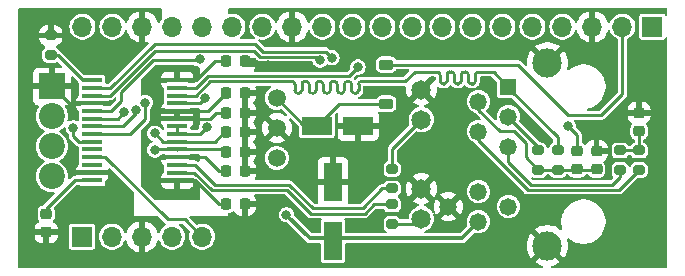
<source format=gbl>
%TF.GenerationSoftware,KiCad,Pcbnew,8.0.0*%
%TF.CreationDate,2024-03-13T21:01:22-04:00*%
%TF.ProjectId,pico-ethernet,7069636f-2d65-4746-9865-726e65742e6b,rev?*%
%TF.SameCoordinates,Original*%
%TF.FileFunction,Copper,L2,Bot*%
%TF.FilePolarity,Positive*%
%FSLAX46Y46*%
G04 Gerber Fmt 4.6, Leading zero omitted, Abs format (unit mm)*
G04 Created by KiCad (PCBNEW 8.0.0) date 2024-03-13 21:01:22*
%MOMM*%
%LPD*%
G01*
G04 APERTURE LIST*
G04 Aperture macros list*
%AMRoundRect*
0 Rectangle with rounded corners*
0 $1 Rounding radius*
0 $2 $3 $4 $5 $6 $7 $8 $9 X,Y pos of 4 corners*
0 Add a 4 corners polygon primitive as box body*
4,1,4,$2,$3,$4,$5,$6,$7,$8,$9,$2,$3,0*
0 Add four circle primitives for the rounded corners*
1,1,$1+$1,$2,$3*
1,1,$1+$1,$4,$5*
1,1,$1+$1,$6,$7*
1,1,$1+$1,$8,$9*
0 Add four rect primitives between the rounded corners*
20,1,$1+$1,$2,$3,$4,$5,0*
20,1,$1+$1,$4,$5,$6,$7,0*
20,1,$1+$1,$6,$7,$8,$9,0*
20,1,$1+$1,$8,$9,$2,$3,0*%
G04 Aperture macros list end*
%TA.AperFunction,ComponentPad*%
%ADD10R,2.200000X2.200000*%
%TD*%
%TA.AperFunction,ComponentPad*%
%ADD11C,2.200000*%
%TD*%
%TA.AperFunction,ComponentPad*%
%ADD12R,1.478000X1.478000*%
%TD*%
%TA.AperFunction,ComponentPad*%
%ADD13C,1.478000*%
%TD*%
%TA.AperFunction,ComponentPad*%
%ADD14C,1.650000*%
%TD*%
%TA.AperFunction,ComponentPad*%
%ADD15C,2.475000*%
%TD*%
%TA.AperFunction,ComponentPad*%
%ADD16C,1.498600*%
%TD*%
%TA.AperFunction,SMDPad,CuDef*%
%ADD17RoundRect,0.225000X-0.225000X-0.250000X0.225000X-0.250000X0.225000X0.250000X-0.225000X0.250000X0*%
%TD*%
%TA.AperFunction,ComponentPad*%
%ADD18R,1.700000X1.700000*%
%TD*%
%TA.AperFunction,ComponentPad*%
%ADD19O,1.700000X1.700000*%
%TD*%
%TA.AperFunction,SMDPad,CuDef*%
%ADD20RoundRect,0.225000X0.225000X0.250000X-0.225000X0.250000X-0.225000X-0.250000X0.225000X-0.250000X0*%
%TD*%
%TA.AperFunction,SMDPad,CuDef*%
%ADD21RoundRect,0.200000X0.275000X-0.200000X0.275000X0.200000X-0.275000X0.200000X-0.275000X-0.200000X0*%
%TD*%
%TA.AperFunction,SMDPad,CuDef*%
%ADD22RoundRect,0.225000X0.250000X-0.225000X0.250000X0.225000X-0.250000X0.225000X-0.250000X-0.225000X0*%
%TD*%
%TA.AperFunction,SMDPad,CuDef*%
%ADD23RoundRect,0.200000X-0.275000X0.200000X-0.275000X-0.200000X0.275000X-0.200000X0.275000X0.200000X0*%
%TD*%
%TA.AperFunction,SMDPad,CuDef*%
%ADD24RoundRect,0.225000X-0.250000X0.225000X-0.250000X-0.225000X0.250000X-0.225000X0.250000X0.225000X0*%
%TD*%
%TA.AperFunction,SMDPad,CuDef*%
%ADD25RoundRect,0.225000X-0.375000X0.225000X-0.375000X-0.225000X0.375000X-0.225000X0.375000X0.225000X0*%
%TD*%
%TA.AperFunction,SMDPad,CuDef*%
%ADD26R,2.500000X1.600000*%
%TD*%
%TA.AperFunction,SMDPad,CuDef*%
%ADD27R,1.750000X0.450000*%
%TD*%
%TA.AperFunction,SMDPad,CuDef*%
%ADD28R,1.600000X3.200000*%
%TD*%
%TA.AperFunction,ViaPad*%
%ADD29C,0.800000*%
%TD*%
%TA.AperFunction,Conductor*%
%ADD30C,0.250000*%
%TD*%
%TA.AperFunction,Conductor*%
%ADD31C,0.350000*%
%TD*%
G04 APERTURE END LIST*
D10*
%TO.P,J5,1,Pin_1*%
%TO.N,GND*%
X142195000Y-116185000D03*
D11*
%TO.P,J5,2,Pin_2*%
%TO.N,Net-(J2-Pin_4)*%
X142195000Y-118725000D03*
%TO.P,J5,3,Pin_3*%
%TO.N,Net-(J2-Pin_2)*%
X142195000Y-121265000D03*
%TO.P,J5,4,Pin_4*%
%TO.N,Net-(J2-Pin_1)*%
X142195000Y-123805000D03*
%TD*%
D12*
%TO.P,J4,1,TD+*%
%TO.N,Net-(J4-TD+)*%
X180850000Y-116205000D03*
D13*
%TO.P,J4,2,CT*%
%TO.N,Net-(J4-CT)*%
X178310000Y-117475000D03*
%TO.P,J4,3,TD-*%
%TO.N,Net-(J4-TD-)*%
X180850000Y-118745000D03*
%TO.P,J4,4,RD+*%
%TO.N,Net-(J4-RD+)*%
X178310000Y-120015000D03*
%TO.P,J4,5,RD-*%
%TO.N,Net-(J4-RD-)*%
X180850000Y-121285000D03*
%TO.P,J4,8,VC+_P8*%
%TO.N,unconnected-(J4-VC+_P8-Pad8)*%
X178310000Y-125095000D03*
%TO.P,J4,9,VC-_P9*%
%TO.N,unconnected-(J4-VC-_P9-Pad9)*%
X180850000Y-126365000D03*
%TO.P,J4,10,VC+_P10*%
%TO.N,+24V*%
X178310000Y-127635000D03*
%TO.P,J4,11,VC-_P11*%
%TO.N,GND*%
X175770000Y-126365000D03*
D14*
%TO.P,J4,A1*%
%TO.N,Net-(J4-PadA1)*%
X173480000Y-127385000D03*
%TO.P,J4,A2*%
%TO.N,Net-(J4-PadA2)*%
X173480000Y-118995000D03*
%TO.P,J4,C1*%
%TO.N,GND*%
X173480000Y-124845000D03*
%TO.P,J4,C2*%
X173480000Y-116455000D03*
D15*
%TO.P,J4,S1,SHIELD*%
X184150000Y-129665000D03*
%TO.P,J4,S2,SHIELD__1*%
X184150000Y-114175000D03*
%TD*%
D16*
%TO.P,J3,1,Vin*%
%TO.N,+24V*%
X161250000Y-122250000D03*
%TO.P,J3,2,Ground*%
%TO.N,GND*%
X161250000Y-119710000D03*
%TO.P,J3,3,+Vout*%
%TO.N,Net-(D1-A)*%
X161250000Y-117170000D03*
%TD*%
D17*
%TO.P,C10,1*%
%TO.N,+3.3V*%
X156975000Y-123356000D03*
%TO.P,C10,2*%
%TO.N,GND*%
X158525000Y-123356000D03*
%TD*%
D18*
%TO.P,J2,1,Pin_1*%
%TO.N,Net-(J2-Pin_1)*%
X144740000Y-128905000D03*
D19*
%TO.P,J2,2,Pin_2*%
%TO.N,Net-(J2-Pin_2)*%
X147280000Y-128905000D03*
%TO.P,J2,3,Pin_3*%
%TO.N,GND*%
X149820000Y-128905000D03*
%TO.P,J2,4,Pin_4*%
%TO.N,Net-(J2-Pin_4)*%
X152360000Y-128905000D03*
%TO.P,J2,5,Pin_5*%
%TO.N,Net-(J2-Pin_5)*%
X154900000Y-128905000D03*
%TD*%
D20*
%TO.P,C5,1*%
%TO.N,GND*%
X158525000Y-120056000D03*
%TO.P,C5,2*%
%TO.N,Net-(U1-OSC1)*%
X156975000Y-120056000D03*
%TD*%
D21*
%TO.P,R2,1*%
%TO.N,Net-(J4-RD-)*%
X190310000Y-123253000D03*
%TO.P,R2,2*%
%TO.N,Net-(C7-Pad1)*%
X190310000Y-121603000D03*
%TD*%
D22*
%TO.P,C7,1*%
%TO.N,Net-(C7-Pad1)*%
X191910000Y-119956000D03*
%TO.P,C7,2*%
%TO.N,GND*%
X191910000Y-118406000D03*
%TD*%
D23*
%TO.P,R5,1*%
%TO.N,Net-(J4-TD-)*%
X183388000Y-121603000D03*
%TO.P,R5,2*%
%TO.N,Net-(J4-CT)*%
X183388000Y-123253000D03*
%TD*%
D24*
%TO.P,C9,1*%
%TO.N,Net-(U1-VCAP)*%
X141710000Y-126981000D03*
%TO.P,C9,2*%
%TO.N,GND*%
X141710000Y-128531000D03*
%TD*%
D25*
%TO.P,D1,1,K*%
%TO.N,+5V*%
X170500000Y-114350000D03*
%TO.P,D1,2,A*%
%TO.N,Net-(D1-A)*%
X170500000Y-117650000D03*
%TD*%
D20*
%TO.P,C12,1*%
%TO.N,GND*%
X158525000Y-114050000D03*
%TO.P,C12,2*%
%TO.N,+3.3V*%
X156975000Y-114050000D03*
%TD*%
D17*
%TO.P,C4,1*%
%TO.N,+3.3V*%
X156960000Y-116756000D03*
%TO.P,C4,2*%
%TO.N,GND*%
X158510000Y-116756000D03*
%TD*%
D26*
%TO.P,C1,1*%
%TO.N,Net-(D1-A)*%
X164637500Y-119500000D03*
%TO.P,C1,2*%
%TO.N,GND*%
X168137500Y-119500000D03*
%TD*%
D17*
%TO.P,C3,1*%
%TO.N,+3.3V*%
X156960000Y-126156000D03*
%TO.P,C3,2*%
%TO.N,GND*%
X158510000Y-126156000D03*
%TD*%
D21*
%TO.P,R6,1*%
%TO.N,Net-(U1-LEDB)*%
X171000000Y-124825000D03*
%TO.P,R6,2*%
%TO.N,Net-(J4-PadA2)*%
X171000000Y-123175000D03*
%TD*%
D18*
%TO.P,J1,1,Pin_1*%
%TO.N,unconnected-(J1-Pin_1-Pad1)*%
X193040000Y-111125000D03*
D19*
%TO.P,J1,2,Pin_2*%
%TO.N,+5V*%
X190500000Y-111125000D03*
%TO.P,J1,3,Pin_3*%
%TO.N,GND*%
X187960000Y-111125000D03*
%TO.P,J1,4,Pin_4*%
%TO.N,unconnected-(J1-Pin_4-Pad4)*%
X185420000Y-111125000D03*
%TO.P,J1,5,Pin_5*%
%TO.N,+3.3V*%
X182880000Y-111125000D03*
%TO.P,J1,6,Pin_6*%
%TO.N,unconnected-(J1-Pin_6-Pad6)*%
X180340000Y-111125000D03*
%TO.P,J1,7,Pin_7*%
%TO.N,unconnected-(J1-Pin_7-Pad7)*%
X177800000Y-111125000D03*
%TO.P,J1,8,Pin_8*%
%TO.N,unconnected-(J1-Pin_8-Pad8)*%
X175260000Y-111125000D03*
%TO.P,J1,9,Pin_9*%
%TO.N,unconnected-(J1-Pin_9-Pad9)*%
X172720000Y-111125000D03*
%TO.P,J1,10,Pin_10*%
%TO.N,unconnected-(J1-Pin_10-Pad10)*%
X170180000Y-111125000D03*
%TO.P,J1,11,Pin_11*%
%TO.N,unconnected-(J1-Pin_11-Pad11)*%
X167640000Y-111125000D03*
%TO.P,J1,12,Pin_12*%
%TO.N,unconnected-(J1-Pin_12-Pad12)*%
X165100000Y-111125000D03*
%TO.P,J1,13,Pin_13*%
%TO.N,GND*%
X162560000Y-111125000D03*
%TO.P,J1,14,Pin_14*%
%TO.N,unconnected-(J1-Pin_14-Pad14)*%
X160020000Y-111125000D03*
%TO.P,J1,15,Pin_15*%
%TO.N,Net-(J1-Pin_15)*%
X157480000Y-111125000D03*
%TO.P,J1,16,Pin_16*%
%TO.N,Net-(J1-Pin_16)*%
X154940000Y-111125000D03*
%TO.P,J1,17,Pin_17*%
%TO.N,Net-(J1-Pin_17)*%
X152400000Y-111125000D03*
%TO.P,J1,18,Pin_18*%
%TO.N,GND*%
X149860000Y-111125000D03*
%TO.P,J1,19,Pin_19*%
%TO.N,Net-(J1-Pin_19)*%
X147320000Y-111125000D03*
%TO.P,J1,20,Pin_20*%
%TO.N,Net-(J1-Pin_20)*%
X144780000Y-111125000D03*
%TD*%
D21*
%TO.P,R3,1*%
%TO.N,Net-(J4-RD+)*%
X191910000Y-123253000D03*
%TO.P,R3,2*%
%TO.N,Net-(C7-Pad1)*%
X191910000Y-121603000D03*
%TD*%
D24*
%TO.P,FB1,1*%
%TO.N,+3.3V*%
X186669332Y-121653000D03*
%TO.P,FB1,2*%
%TO.N,Net-(J4-CT)*%
X186669332Y-123203000D03*
%TD*%
D23*
%TO.P,R4,1*%
%TO.N,Net-(J4-TD+)*%
X185028666Y-121603000D03*
%TO.P,R4,2*%
%TO.N,Net-(J4-CT)*%
X185028666Y-123253000D03*
%TD*%
D17*
%TO.P,C11,1*%
%TO.N,+3.3V*%
X156975000Y-118406000D03*
%TO.P,C11,2*%
%TO.N,GND*%
X158525000Y-118406000D03*
%TD*%
D22*
%TO.P,C8,1*%
%TO.N,Net-(J4-CT)*%
X188310000Y-123203000D03*
%TO.P,C8,2*%
%TO.N,GND*%
X188310000Y-121653000D03*
%TD*%
D27*
%TO.P,U1,1,VCAP*%
%TO.N,Net-(U1-VCAP)*%
X145600000Y-124125000D03*
%TO.P,U1,2,VSS*%
%TO.N,GND*%
X145600000Y-123475000D03*
%TO.P,U1,3,CLKOUT*%
%TO.N,unconnected-(U1-CLKOUT-Pad3)*%
X145600000Y-122825000D03*
%TO.P,U1,4,~{INT}*%
%TO.N,Net-(J2-Pin_5)*%
X145600000Y-122175000D03*
%TO.P,U1,5,~{WOL}*%
%TO.N,unconnected-(U1-~{WOL}-Pad5)*%
X145600000Y-121525000D03*
%TO.P,U1,6,SO*%
%TO.N,Net-(J1-Pin_20)*%
X145600000Y-120875000D03*
%TO.P,U1,7,SI*%
%TO.N,Net-(J1-Pin_16)*%
X145600000Y-120225000D03*
%TO.P,U1,8,SCK*%
%TO.N,Net-(J1-Pin_17)*%
X145600000Y-119575000D03*
%TO.P,U1,9,~{CS}*%
%TO.N,Net-(J1-Pin_19)*%
X145600000Y-118925000D03*
%TO.P,U1,10,~{RESET}*%
%TO.N,Net-(J1-Pin_15)*%
X145600000Y-118275000D03*
%TO.P,U1,11,VSSRX*%
%TO.N,GND*%
X145600000Y-117625000D03*
%TO.P,U1,12,TPIN-*%
%TO.N,Net-(J4-RD-)*%
X145600000Y-116975000D03*
%TO.P,U1,13,TPIN+*%
%TO.N,Net-(J4-RD+)*%
X145600000Y-116325000D03*
%TO.P,U1,14,RBIAS*%
%TO.N,Net-(U1-RBIAS)*%
X145600000Y-115675000D03*
%TO.P,U1,15,VDDTX*%
%TO.N,+3.3V*%
X152800000Y-115675000D03*
%TO.P,U1,16,TPOUT-*%
%TO.N,Net-(J4-TD-)*%
X152800000Y-116325000D03*
%TO.P,U1,17,TPOUT+*%
%TO.N,Net-(J4-TD+)*%
X152800000Y-116975000D03*
%TO.P,U1,18,VSSTX*%
%TO.N,GND*%
X152800000Y-117625000D03*
%TO.P,U1,19,VDDRX*%
%TO.N,+3.3V*%
X152800000Y-118275000D03*
%TO.P,U1,20,VDDPLL*%
X152800000Y-118925000D03*
%TO.P,U1,21,VSSPLL*%
%TO.N,GND*%
X152800000Y-119575000D03*
%TO.P,U1,22,VSSOSC*%
X152800000Y-120225000D03*
%TO.P,U1,23,OSC1*%
%TO.N,Net-(U1-OSC1)*%
X152800000Y-120875000D03*
%TO.P,U1,24,OSC2*%
%TO.N,Net-(U1-OSC2)*%
X152800000Y-121525000D03*
%TO.P,U1,25,VDDOSC*%
%TO.N,+3.3V*%
X152800000Y-122175000D03*
%TO.P,U1,26,LEDB*%
%TO.N,Net-(U1-LEDB)*%
X152800000Y-122825000D03*
%TO.P,U1,27,LEDA*%
%TO.N,Net-(U1-LEDA)*%
X152800000Y-123475000D03*
%TO.P,U1,28,VDD*%
%TO.N,+3.3V*%
X152800000Y-124125000D03*
%TD*%
D23*
%TO.P,R7,1*%
%TO.N,Net-(U1-LEDA)*%
X171000000Y-126175000D03*
%TO.P,R7,2*%
%TO.N,Net-(J4-PadA1)*%
X171000000Y-127825000D03*
%TD*%
D28*
%TO.P,C2,1*%
%TO.N,+24V*%
X166000000Y-129250000D03*
%TO.P,C2,2*%
%TO.N,GND*%
X166000000Y-124250000D03*
%TD*%
D20*
%TO.P,C6,1*%
%TO.N,GND*%
X158525000Y-121706000D03*
%TO.P,C6,2*%
%TO.N,Net-(U1-OSC2)*%
X156975000Y-121706000D03*
%TD*%
D21*
%TO.P,R1,1*%
%TO.N,Net-(U1-RBIAS)*%
X142100000Y-113525000D03*
%TO.P,R1,2*%
%TO.N,GND*%
X142100000Y-111875000D03*
%TD*%
D29*
%TO.N,GND*%
X148500000Y-127500000D03*
X155159049Y-117205049D03*
X155310000Y-119650000D03*
X148910000Y-113156000D03*
X160510000Y-114406000D03*
%TO.N,+24V*%
X162060000Y-127056000D03*
%TO.N,Net-(U1-OSC1)*%
X150910000Y-120156000D03*
%TO.N,Net-(U1-OSC2)*%
X150910000Y-121556000D03*
%TO.N,+3.3V*%
X151110000Y-116756000D03*
X185910000Y-119556000D03*
%TO.N,Net-(J1-Pin_15)*%
X154710000Y-113881000D03*
%TO.N,Net-(J1-Pin_16)*%
X150110000Y-117556000D03*
%TO.N,Net-(J1-Pin_17)*%
X149310000Y-118156000D03*
%TO.N,Net-(J1-Pin_19)*%
X148330940Y-118359584D03*
%TO.N,Net-(J1-Pin_20)*%
X144012653Y-119687347D03*
%TO.N,Net-(J4-TD-)*%
X168110000Y-114556000D03*
%TO.N,Net-(J4-RD+)*%
X165910000Y-113756000D03*
%TO.N,Net-(J4-RD-)*%
X164910000Y-113956000D03*
%TD*%
D30*
%TO.N,+5V*%
X181660000Y-114350000D02*
X170500000Y-114350000D01*
X190500000Y-116840000D02*
X188722000Y-118618000D01*
X190500000Y-111125000D02*
X190500000Y-116840000D01*
X188722000Y-118618000D02*
X185928000Y-118618000D01*
X185928000Y-118618000D02*
X181660000Y-114350000D01*
%TO.N,GND*%
X158525000Y-114050000D02*
X158881000Y-114406000D01*
X158881000Y-114406000D02*
X160510000Y-114406000D01*
X154739098Y-117625000D02*
X152800000Y-117625000D01*
X155310000Y-119650000D02*
X154735000Y-120225000D01*
X152800000Y-119575000D02*
X152800000Y-120225000D01*
X145600000Y-117625000D02*
X143635000Y-117625000D01*
X155159049Y-117205049D02*
X154739098Y-117625000D01*
X143635000Y-117625000D02*
X142195000Y-116185000D01*
X154735000Y-120225000D02*
X152800000Y-120225000D01*
D31*
%TO.N,+24V*%
X164036000Y-129032000D02*
X176913000Y-129032000D01*
X176913000Y-129032000D02*
X178310000Y-127635000D01*
X162060000Y-127056000D02*
X164036000Y-129032000D01*
D30*
%TO.N,Net-(U1-OSC1)*%
X155991000Y-120875000D02*
X156810000Y-120056000D01*
X152800000Y-120875000D02*
X151629000Y-120875000D01*
X156810000Y-120056000D02*
X156975000Y-120056000D01*
X155991000Y-120875000D02*
X152800000Y-120875000D01*
X151629000Y-120875000D02*
X150910000Y-120156000D01*
%TO.N,Net-(U1-OSC2)*%
X152769000Y-121556000D02*
X152800000Y-121525000D01*
X152800000Y-121525000D02*
X156794000Y-121525000D01*
X156794000Y-121525000D02*
X156975000Y-121706000D01*
X150941000Y-121525000D02*
X150910000Y-121556000D01*
X156908500Y-121525000D02*
X156975000Y-121458500D01*
X152800000Y-121525000D02*
X150941000Y-121525000D01*
%TO.N,Net-(C7-Pad1)*%
X191910000Y-119956000D02*
X191910000Y-121603000D01*
X190310000Y-121603000D02*
X191910000Y-121603000D01*
%TO.N,Net-(U1-VCAP)*%
X145600000Y-124125000D02*
X144141000Y-124125000D01*
X141710000Y-126556000D02*
X141710000Y-126981000D01*
X144141000Y-124125000D02*
X141710000Y-126556000D01*
%TO.N,+3.3V*%
X156910000Y-116756000D02*
X155391000Y-118275000D01*
X155560000Y-118925000D02*
X152800000Y-118925000D01*
X156975000Y-123356000D02*
X156310000Y-123356000D01*
X152800000Y-115675000D02*
X154391000Y-115675000D01*
X156016000Y-114050000D02*
X156975000Y-114050000D01*
X156710000Y-125756000D02*
X156960000Y-125756000D01*
X156079000Y-118406000D02*
X156975000Y-118406000D01*
X155575000Y-118925000D02*
X155560000Y-118925000D01*
X156960000Y-116756000D02*
X156910000Y-116756000D01*
X186669332Y-121653000D02*
X186669332Y-120315332D01*
X186669332Y-120315332D02*
X185910000Y-119556000D01*
X156310000Y-123356000D02*
X155129000Y-122175000D01*
X152800000Y-118275000D02*
X152800000Y-118925000D01*
X154279000Y-124125000D02*
X156310000Y-126156000D01*
X156310000Y-126156000D02*
X156960000Y-126156000D01*
X152800000Y-124125000D02*
X154279000Y-124125000D01*
X155391000Y-118275000D02*
X152800000Y-118275000D01*
X155560000Y-118925000D02*
X156079000Y-118406000D01*
X154391000Y-115675000D02*
X156016000Y-114050000D01*
X155129000Y-122175000D02*
X152800000Y-122175000D01*
%TO.N,Net-(J1-Pin_15)*%
X148041000Y-116697792D02*
X150782792Y-113956000D01*
X154635000Y-113956000D02*
X154710000Y-113881000D01*
X147191000Y-118275000D02*
X148041000Y-117425000D01*
X150782792Y-113956000D02*
X154635000Y-113956000D01*
X145600000Y-118275000D02*
X147191000Y-118275000D01*
X148041000Y-117425000D02*
X148041000Y-116697792D01*
%TO.N,Net-(J1-Pin_16)*%
X150110000Y-117556000D02*
X150110000Y-118956000D01*
X148841000Y-120225000D02*
X145600000Y-120225000D01*
X150110000Y-118956000D02*
X148841000Y-120225000D01*
%TO.N,Net-(J1-Pin_17)*%
X149310000Y-118456000D02*
X148191000Y-119575000D01*
X148191000Y-119575000D02*
X145600000Y-119575000D01*
X149310000Y-118156000D02*
X149310000Y-118456000D01*
%TO.N,Net-(J1-Pin_19)*%
X148330940Y-118359584D02*
X147765524Y-118925000D01*
X147765524Y-118925000D02*
X145600000Y-118925000D01*
%TO.N,Net-(J1-Pin_20)*%
X145600000Y-120875000D02*
X144475000Y-120875000D01*
X144012653Y-120412653D02*
X144012653Y-119687347D01*
X144475000Y-120875000D02*
X144012653Y-120412653D01*
%TO.N,Net-(U1-RBIAS)*%
X142679000Y-113525000D02*
X142100000Y-113525000D01*
X144829000Y-115675000D02*
X142679000Y-113525000D01*
X145600000Y-115675000D02*
X144829000Y-115675000D01*
%TO.N,Net-(U1-LEDB)*%
X154290396Y-122825000D02*
X155971396Y-124506000D01*
X152800000Y-122825000D02*
X154290396Y-122825000D01*
X168500000Y-126500000D02*
X170175000Y-124825000D01*
X162296396Y-124506000D02*
X164290396Y-126500000D01*
X170175000Y-124825000D02*
X171000000Y-124825000D01*
X155971396Y-124506000D02*
X162296396Y-124506000D01*
X164290396Y-126500000D02*
X168500000Y-126500000D01*
%TO.N,Net-(U1-LEDA)*%
X154265396Y-123475000D02*
X155746396Y-124956000D01*
X152800000Y-123475000D02*
X154265396Y-123475000D01*
X169461396Y-126175000D02*
X171000000Y-126175000D01*
X168686396Y-126950000D02*
X169461396Y-126175000D01*
X162110000Y-124956000D02*
X164104000Y-126950000D01*
X155746396Y-124956000D02*
X162110000Y-124956000D01*
X164104000Y-126950000D02*
X168686396Y-126950000D01*
%TO.N,Net-(J2-Pin_5)*%
X145600000Y-122175000D02*
X146725000Y-122175000D01*
X152000000Y-127450000D02*
X153445000Y-127450000D01*
X153445000Y-127450000D02*
X154900000Y-128905000D01*
X146725000Y-122175000D02*
X152000000Y-127450000D01*
%TO.N,Net-(J4-CT)*%
X181310000Y-119956000D02*
X182310000Y-120956000D01*
X182310000Y-122175000D02*
X183388000Y-123253000D01*
X180110000Y-119956000D02*
X181310000Y-119956000D01*
X182310000Y-120956000D02*
X182310000Y-122175000D01*
X188260000Y-123253000D02*
X188310000Y-123203000D01*
X183388000Y-123253000D02*
X188260000Y-123253000D01*
X178310000Y-117475000D02*
X178310000Y-118156000D01*
X178310000Y-118156000D02*
X180110000Y-119956000D01*
%TO.N,Net-(J4-TD-)*%
X152800000Y-116325000D02*
X154377396Y-116325000D01*
X183388000Y-121412000D02*
X183388000Y-121666000D01*
X180850000Y-118745000D02*
X183388000Y-121283000D01*
X167360000Y-115306000D02*
X168110000Y-114556000D01*
X155396396Y-115306000D02*
X167360000Y-115306000D01*
X154377396Y-116325000D02*
X155396396Y-115306000D01*
X183388000Y-121283000D02*
X183388000Y-121603000D01*
%TO.N,Net-(J4-TD+)*%
X178292670Y-114956000D02*
X178412670Y-114956000D01*
X178052670Y-115716000D02*
X178052670Y-115196000D01*
X185028666Y-120474666D02*
X180850000Y-116296000D01*
X176252670Y-115196000D02*
X176252670Y-115716000D01*
X164199249Y-116756000D02*
X164319249Y-116756000D01*
X163599249Y-115756000D02*
X163719249Y-115756000D01*
X177452670Y-115196000D02*
X177452670Y-115716000D01*
X162759249Y-115996000D02*
X162759249Y-116516000D01*
X165759249Y-116516000D02*
X165759249Y-115996000D01*
X179601000Y-114956000D02*
X180850000Y-116205000D01*
X167799249Y-116756000D02*
X167919249Y-116756000D01*
X178412670Y-114956000D02*
X178560000Y-114956000D01*
X177692670Y-115956000D02*
X177812670Y-115956000D01*
X168519249Y-115756000D02*
X168810000Y-115756000D01*
X167559249Y-115996000D02*
X167559249Y-116516000D01*
X164799249Y-115756000D02*
X164919249Y-115756000D01*
X163959249Y-115996000D02*
X163959249Y-116516000D01*
X165999249Y-115756000D02*
X166119249Y-115756000D01*
X166959249Y-116516000D02*
X166959249Y-115996000D01*
X164559249Y-116516000D02*
X164559249Y-115996000D01*
X163359249Y-116516000D02*
X163359249Y-115996000D01*
X166359249Y-115996000D02*
X166359249Y-116516000D01*
X175292670Y-115956000D02*
X175412670Y-115956000D01*
X180850000Y-116296000D02*
X180850000Y-116205000D01*
X177092670Y-114956000D02*
X177212670Y-114956000D01*
X176492670Y-115956000D02*
X176612670Y-115956000D01*
X165159249Y-115996000D02*
X165159249Y-116516000D01*
X165399249Y-116756000D02*
X165519249Y-116756000D01*
X175652670Y-115716000D02*
X175652670Y-115196000D01*
X166599249Y-116756000D02*
X166719249Y-116756000D01*
X168810000Y-115756000D02*
X172110000Y-115756000D01*
X168159249Y-116516000D02*
X168159249Y-115996000D01*
X172110000Y-115756000D02*
X172910000Y-114956000D01*
X168399249Y-115756000D02*
X168519249Y-115756000D01*
X167199249Y-115756000D02*
X167319249Y-115756000D01*
X172910000Y-114956000D02*
X174812670Y-114956000D01*
X154363792Y-116975000D02*
X155582792Y-115756000D01*
X175892670Y-114956000D02*
X176012670Y-114956000D01*
X155582792Y-115756000D02*
X162519249Y-115756000D01*
X176852670Y-115716000D02*
X176852670Y-115196000D01*
X185028666Y-121603000D02*
X185028666Y-120474666D01*
X175052670Y-115196000D02*
X175052670Y-115716000D01*
X162999249Y-116756000D02*
X163119249Y-116756000D01*
X152800000Y-116975000D02*
X154363792Y-116975000D01*
X178560000Y-114956000D02*
X179601000Y-114956000D01*
X166719249Y-116756000D02*
G75*
G03*
X166959300Y-116516000I51J240000D01*
G01*
X166119249Y-115756000D02*
G75*
G02*
X166359300Y-115996000I51J-240000D01*
G01*
X163959249Y-116516000D02*
G75*
G03*
X164199249Y-116755951I239951J0D01*
G01*
X175652670Y-115196000D02*
G75*
G02*
X175892670Y-114955970I240030J0D01*
G01*
X163359249Y-115996000D02*
G75*
G02*
X163599249Y-115756049I239951J0D01*
G01*
X178052670Y-115196000D02*
G75*
G02*
X178292670Y-114955970I240030J0D01*
G01*
X166359249Y-116516000D02*
G75*
G03*
X166599249Y-116755951I239951J0D01*
G01*
X177452670Y-115716000D02*
G75*
G03*
X177692670Y-115956030I240030J0D01*
G01*
X162759249Y-116516000D02*
G75*
G03*
X162999249Y-116755951I239951J0D01*
G01*
X177212670Y-114956000D02*
G75*
G02*
X177452700Y-115196000I30J-240000D01*
G01*
X175412670Y-115956000D02*
G75*
G03*
X175652700Y-115716000I30J240000D01*
G01*
X166959249Y-115996000D02*
G75*
G02*
X167199249Y-115756049I239951J0D01*
G01*
X164559249Y-115996000D02*
G75*
G02*
X164799249Y-115756049I239951J0D01*
G01*
X174812670Y-114956000D02*
G75*
G02*
X175052700Y-115196000I30J-240000D01*
G01*
X175052670Y-115716000D02*
G75*
G03*
X175292670Y-115956030I240030J0D01*
G01*
X167319249Y-115756000D02*
G75*
G02*
X167559300Y-115996000I51J-240000D01*
G01*
X167919249Y-116756000D02*
G75*
G03*
X168159300Y-116516000I51J240000D01*
G01*
X163119249Y-116756000D02*
G75*
G03*
X163359300Y-116516000I51J240000D01*
G01*
X165759249Y-115996000D02*
G75*
G02*
X165999249Y-115756049I239951J0D01*
G01*
X162519249Y-115756000D02*
G75*
G02*
X162759300Y-115996000I51J-240000D01*
G01*
X176612670Y-115956000D02*
G75*
G03*
X176852700Y-115716000I30J240000D01*
G01*
X167559249Y-116516000D02*
G75*
G03*
X167799249Y-116755951I239951J0D01*
G01*
X165519249Y-116756000D02*
G75*
G03*
X165759300Y-116516000I51J240000D01*
G01*
X168159249Y-115996000D02*
G75*
G02*
X168399249Y-115756049I239951J0D01*
G01*
X177812670Y-115956000D02*
G75*
G03*
X178052700Y-115716000I30J240000D01*
G01*
X164919249Y-115756000D02*
G75*
G02*
X165159300Y-115996000I51J-240000D01*
G01*
X164319249Y-116756000D02*
G75*
G03*
X164559300Y-116516000I51J240000D01*
G01*
X165159249Y-116516000D02*
G75*
G03*
X165399249Y-116755951I239951J0D01*
G01*
X163719249Y-115756000D02*
G75*
G02*
X163959300Y-115996000I51J-240000D01*
G01*
X176012670Y-114956000D02*
G75*
G02*
X176252700Y-115196000I30J-240000D01*
G01*
X176852670Y-115196000D02*
G75*
G02*
X177092670Y-114955970I240030J0D01*
G01*
X176252670Y-115716000D02*
G75*
G03*
X176492670Y-115956030I240030J0D01*
G01*
%TO.N,Net-(J4-RD+)*%
X178310000Y-120756000D02*
X178310000Y-120015000D01*
X145600000Y-116325000D02*
X147141000Y-116325000D01*
X160035000Y-113231000D02*
X165385000Y-113231000D01*
X150910000Y-112556000D02*
X159360000Y-112556000D01*
X182510000Y-124956000D02*
X178310000Y-120756000D01*
X159360000Y-112556000D02*
X160035000Y-113231000D01*
X190207000Y-124956000D02*
X182510000Y-124956000D01*
X191910000Y-123253000D02*
X190207000Y-124956000D01*
X165385000Y-113231000D02*
X165910000Y-113756000D01*
X147141000Y-116325000D02*
X150910000Y-112556000D01*
%TO.N,Net-(J4-RD-)*%
X159323604Y-113156000D02*
X159848604Y-113681000D01*
X190310000Y-123253000D02*
X190310000Y-123830604D01*
X150946396Y-113156000D02*
X159323604Y-113156000D01*
X182760000Y-124506000D02*
X189634604Y-124506000D01*
X147127396Y-116975000D02*
X150946396Y-113156000D01*
X190310000Y-123830604D02*
X189634604Y-124506000D01*
X180850000Y-122596000D02*
X182760000Y-124506000D01*
X164635000Y-113681000D02*
X164910000Y-113956000D01*
X159848604Y-113681000D02*
X164635000Y-113681000D01*
X180850000Y-121285000D02*
X180850000Y-122596000D01*
X145600000Y-116975000D02*
X147127396Y-116975000D01*
%TO.N,Net-(J4-PadA2)*%
X171000000Y-123175000D02*
X171000000Y-121475000D01*
X171000000Y-121475000D02*
X173480000Y-118995000D01*
%TO.N,Net-(J4-PadA1)*%
X173040000Y-127825000D02*
X173480000Y-127385000D01*
X171000000Y-127825000D02*
X173040000Y-127825000D01*
%TO.N,Net-(D1-A)*%
X163580000Y-119500000D02*
X164637500Y-119500000D01*
X164637500Y-119500000D02*
X166487500Y-117650000D01*
X161250000Y-117170000D02*
X163580000Y-119500000D01*
X166487500Y-117650000D02*
X170500000Y-117650000D01*
%TD*%
%TA.AperFunction,Conductor*%
%TO.N,+3.3V*%
G36*
X154258189Y-114350407D02*
G01*
X154265648Y-114356397D01*
X154337760Y-114420283D01*
X154477635Y-114493696D01*
X154631015Y-114531500D01*
X154631016Y-114531500D01*
X154634692Y-114532406D01*
X154686667Y-114564689D01*
X154709740Y-114621357D01*
X154710000Y-114628529D01*
X154710000Y-115420351D01*
X154691093Y-115478542D01*
X154681004Y-115490355D01*
X154293183Y-115878176D01*
X154238666Y-115905953D01*
X154201078Y-115900000D01*
X153856599Y-115900000D01*
X153801598Y-115883316D01*
X153772742Y-115864035D01*
X153772740Y-115864034D01*
X153772737Y-115864033D01*
X153772736Y-115864033D01*
X153699684Y-115849501D01*
X153699674Y-115849500D01*
X151900326Y-115849500D01*
X151900325Y-115849500D01*
X151900315Y-115849501D01*
X151827263Y-115864033D01*
X151827257Y-115864035D01*
X151798402Y-115883316D01*
X151743401Y-115900000D01*
X151425001Y-115900000D01*
X151425000Y-115900001D01*
X151425000Y-115947824D01*
X151424999Y-115947824D01*
X151431401Y-116007370D01*
X151431403Y-116007381D01*
X151481646Y-116142088D01*
X151481647Y-116142090D01*
X151567807Y-116257184D01*
X151567814Y-116257191D01*
X151634828Y-116307357D01*
X151670082Y-116357366D01*
X151674500Y-116386611D01*
X151674500Y-116574679D01*
X151685641Y-116630687D01*
X151685641Y-116669313D01*
X151674500Y-116725320D01*
X151674500Y-117224679D01*
X151685641Y-117280687D01*
X151685641Y-117319313D01*
X151674500Y-117375320D01*
X151674500Y-117563387D01*
X151655593Y-117621578D01*
X151634830Y-117642640D01*
X151567812Y-117692810D01*
X151567807Y-117692815D01*
X151481647Y-117807909D01*
X151481646Y-117807911D01*
X151431403Y-117942618D01*
X151431401Y-117942629D01*
X151425000Y-118002175D01*
X151425000Y-118049999D01*
X151425001Y-118050000D01*
X151743401Y-118050000D01*
X151798401Y-118066683D01*
X151827260Y-118085966D01*
X151882808Y-118097015D01*
X151900315Y-118100498D01*
X151900320Y-118100498D01*
X151900326Y-118100500D01*
X151900327Y-118100500D01*
X153699673Y-118100500D01*
X153699674Y-118100500D01*
X153772740Y-118085966D01*
X153801598Y-118066683D01*
X153856599Y-118050000D01*
X154174999Y-118050000D01*
X154195503Y-118029496D01*
X154250020Y-118001719D01*
X154265507Y-118000500D01*
X154611000Y-118000500D01*
X154669191Y-118019407D01*
X154705155Y-118068907D01*
X154710000Y-118099500D01*
X154710000Y-119379488D01*
X154703567Y-119414593D01*
X154673763Y-119493182D01*
X154654722Y-119649998D01*
X154654722Y-119650002D01*
X154662363Y-119712937D01*
X154650607Y-119772982D01*
X154634091Y-119794870D01*
X154608462Y-119820501D01*
X154553947Y-119848281D01*
X154538456Y-119849500D01*
X154024500Y-119849500D01*
X153966309Y-119830593D01*
X153930345Y-119781093D01*
X153925500Y-119750500D01*
X153925500Y-119636611D01*
X153944407Y-119578420D01*
X153965172Y-119557357D01*
X154032185Y-119507191D01*
X154032192Y-119507184D01*
X154118352Y-119392090D01*
X154118353Y-119392088D01*
X154168596Y-119257381D01*
X154168598Y-119257370D01*
X154175000Y-119197824D01*
X154175000Y-119150001D01*
X154174999Y-119150000D01*
X153856599Y-119150000D01*
X153801598Y-119133316D01*
X153772742Y-119114035D01*
X153772740Y-119114034D01*
X153772737Y-119114033D01*
X153772736Y-119114033D01*
X153699684Y-119099501D01*
X153699674Y-119099500D01*
X151900326Y-119099500D01*
X151900325Y-119099500D01*
X151900315Y-119099501D01*
X151827263Y-119114033D01*
X151827257Y-119114035D01*
X151798402Y-119133316D01*
X151743401Y-119150000D01*
X151425001Y-119150000D01*
X151425000Y-119150001D01*
X151425000Y-119197824D01*
X151424999Y-119197824D01*
X151431401Y-119257370D01*
X151431403Y-119257381D01*
X151481646Y-119392088D01*
X151481647Y-119392090D01*
X151567807Y-119507184D01*
X151567814Y-119507191D01*
X151634828Y-119557357D01*
X151670082Y-119607366D01*
X151674500Y-119636611D01*
X151674500Y-119800934D01*
X151655593Y-119859125D01*
X151606093Y-119895089D01*
X151544907Y-119895089D01*
X151495407Y-119859125D01*
X151493687Y-119856358D01*
X151493621Y-119856405D01*
X151490220Y-119851478D01*
X151490220Y-119851477D01*
X151411708Y-119737732D01*
X151400484Y-119721471D01*
X151399708Y-119720783D01*
X151282240Y-119616717D01*
X151203659Y-119575474D01*
X151142364Y-119543303D01*
X150988987Y-119505500D01*
X150988985Y-119505500D01*
X150831015Y-119505500D01*
X150831012Y-119505500D01*
X150677635Y-119543303D01*
X150537758Y-119616718D01*
X150419515Y-119721471D01*
X150329780Y-119851476D01*
X150273763Y-119999182D01*
X150273762Y-119999183D01*
X150254722Y-120155998D01*
X150254722Y-120156001D01*
X150273762Y-120312816D01*
X150273763Y-120312818D01*
X150316264Y-120424885D01*
X150329780Y-120460523D01*
X150419515Y-120590528D01*
X150419516Y-120590529D01*
X150419517Y-120590530D01*
X150537760Y-120695283D01*
X150676957Y-120768340D01*
X150719696Y-120812125D01*
X150728536Y-120872668D01*
X150700101Y-120926845D01*
X150676957Y-120943659D01*
X150575030Y-120997156D01*
X150537758Y-121016718D01*
X150419515Y-121121471D01*
X150329780Y-121251476D01*
X150273763Y-121399182D01*
X150273762Y-121399183D01*
X150254722Y-121555998D01*
X150254722Y-121556001D01*
X150273762Y-121712816D01*
X150273763Y-121712818D01*
X150312920Y-121816066D01*
X150329780Y-121860523D01*
X150419515Y-121990528D01*
X150419516Y-121990529D01*
X150419517Y-121990530D01*
X150537760Y-122095283D01*
X150677635Y-122168696D01*
X150831015Y-122206500D01*
X150831018Y-122206500D01*
X150988982Y-122206500D01*
X150988985Y-122206500D01*
X151142365Y-122168696D01*
X151282240Y-122095283D01*
X151400483Y-121990530D01*
X151400486Y-121990524D01*
X151404452Y-121986049D01*
X151405967Y-121987391D01*
X151447568Y-121955609D01*
X151480418Y-121950000D01*
X151743401Y-121950000D01*
X151798401Y-121966683D01*
X151827260Y-121985966D01*
X151882808Y-121997015D01*
X151900315Y-122000498D01*
X151900320Y-122000498D01*
X151900326Y-122000500D01*
X151900327Y-122000500D01*
X153699673Y-122000500D01*
X153699674Y-122000500D01*
X153772740Y-121985966D01*
X153801598Y-121966683D01*
X153856599Y-121950000D01*
X154174999Y-121950000D01*
X154195503Y-121929496D01*
X154250020Y-121901719D01*
X154265507Y-121900500D01*
X154611000Y-121900500D01*
X154669191Y-121919407D01*
X154705155Y-121968907D01*
X154710000Y-121999500D01*
X154710000Y-122474559D01*
X154691093Y-122532750D01*
X154641593Y-122568714D01*
X154580407Y-122568714D01*
X154540996Y-122544563D01*
X154520959Y-122524526D01*
X154520959Y-122524525D01*
X154435337Y-122475091D01*
X154435330Y-122475088D01*
X154387581Y-122462294D01*
X154387580Y-122462294D01*
X154339834Y-122449500D01*
X154339832Y-122449500D01*
X154339831Y-122449500D01*
X154265507Y-122449500D01*
X154207316Y-122430593D01*
X154195503Y-122420504D01*
X154174999Y-122400000D01*
X153856599Y-122400000D01*
X153801598Y-122383316D01*
X153772742Y-122364035D01*
X153772740Y-122364034D01*
X153772737Y-122364033D01*
X153772736Y-122364033D01*
X153699684Y-122349501D01*
X153699674Y-122349500D01*
X151900326Y-122349500D01*
X151900325Y-122349500D01*
X151900315Y-122349501D01*
X151827263Y-122364033D01*
X151827257Y-122364035D01*
X151798402Y-122383316D01*
X151743401Y-122400000D01*
X151425001Y-122400000D01*
X151425000Y-122400001D01*
X151425000Y-122447820D01*
X151431401Y-122507370D01*
X151431403Y-122507381D01*
X151481646Y-122642088D01*
X151481647Y-122642090D01*
X151567807Y-122757184D01*
X151567814Y-122757191D01*
X151634828Y-122807357D01*
X151670082Y-122857366D01*
X151674500Y-122886611D01*
X151674500Y-123074679D01*
X151685641Y-123130687D01*
X151685641Y-123169313D01*
X151674500Y-123225320D01*
X151674500Y-123413387D01*
X151655593Y-123471578D01*
X151634830Y-123492640D01*
X151567812Y-123542810D01*
X151567807Y-123542815D01*
X151481647Y-123657909D01*
X151481646Y-123657911D01*
X151431403Y-123792618D01*
X151431401Y-123792629D01*
X151425000Y-123852175D01*
X151425000Y-123899999D01*
X151425001Y-123900000D01*
X151743401Y-123900000D01*
X151798401Y-123916683D01*
X151827260Y-123935966D01*
X151882808Y-123947015D01*
X151900315Y-123950498D01*
X151900320Y-123950498D01*
X151900326Y-123950500D01*
X151900327Y-123950500D01*
X153699673Y-123950500D01*
X153699674Y-123950500D01*
X153772740Y-123935966D01*
X153801598Y-123916683D01*
X153856599Y-123900000D01*
X154118351Y-123900000D01*
X154176542Y-123918907D01*
X154188355Y-123928996D01*
X154681004Y-124421645D01*
X154708781Y-124476162D01*
X154710000Y-124491649D01*
X154710000Y-125707000D01*
X154691093Y-125765191D01*
X154641593Y-125801155D01*
X154611000Y-125806000D01*
X150928045Y-125806000D01*
X150869854Y-125787093D01*
X150858041Y-125777004D01*
X149738996Y-124657959D01*
X149711219Y-124603442D01*
X149710000Y-124587955D01*
X149710000Y-124397824D01*
X151424999Y-124397824D01*
X151431401Y-124457370D01*
X151431403Y-124457381D01*
X151481646Y-124592088D01*
X151481647Y-124592090D01*
X151567807Y-124707184D01*
X151567815Y-124707192D01*
X151682909Y-124793352D01*
X151682911Y-124793353D01*
X151817618Y-124843596D01*
X151817629Y-124843598D01*
X151877176Y-124850000D01*
X152574999Y-124850000D01*
X152575000Y-124849999D01*
X153025000Y-124849999D01*
X153025001Y-124850000D01*
X153722824Y-124850000D01*
X153782370Y-124843598D01*
X153782381Y-124843596D01*
X153917088Y-124793353D01*
X153917090Y-124793352D01*
X154032184Y-124707192D01*
X154032192Y-124707184D01*
X154118352Y-124592090D01*
X154118353Y-124592088D01*
X154168596Y-124457381D01*
X154168598Y-124457370D01*
X154175000Y-124397824D01*
X154175000Y-124350001D01*
X154174999Y-124350000D01*
X153025001Y-124350000D01*
X153025000Y-124350001D01*
X153025000Y-124849999D01*
X152575000Y-124849999D01*
X152575000Y-124350001D01*
X152574999Y-124350000D01*
X151425001Y-124350000D01*
X151425000Y-124350001D01*
X151425000Y-124397824D01*
X151424999Y-124397824D01*
X149710000Y-124397824D01*
X149710000Y-119928044D01*
X149728907Y-119869853D01*
X149738996Y-119858040D01*
X149809961Y-119787075D01*
X150410474Y-119186563D01*
X150412491Y-119183068D01*
X150420015Y-119170039D01*
X150452349Y-119114034D01*
X150459910Y-119100938D01*
X150473503Y-119050208D01*
X150485500Y-119005436D01*
X150485500Y-118906564D01*
X150485500Y-118699999D01*
X151425000Y-118699999D01*
X151425001Y-118700000D01*
X152574999Y-118700000D01*
X152575000Y-118699999D01*
X153025000Y-118699999D01*
X153025001Y-118700000D01*
X154174999Y-118700000D01*
X154175000Y-118699999D01*
X154175000Y-118652175D01*
X154170528Y-118610584D01*
X154170528Y-118589416D01*
X154175000Y-118547824D01*
X154175000Y-118500001D01*
X154174999Y-118500000D01*
X153025001Y-118500000D01*
X153025000Y-118500001D01*
X153025000Y-118699999D01*
X152575000Y-118699999D01*
X152575000Y-118500001D01*
X152574999Y-118500000D01*
X151425001Y-118500000D01*
X151425000Y-118500001D01*
X151425000Y-118547826D01*
X151429471Y-118589419D01*
X151429471Y-118610581D01*
X151425000Y-118652173D01*
X151425000Y-118699999D01*
X150485500Y-118699999D01*
X150485500Y-118136950D01*
X150504407Y-118078759D01*
X150518845Y-118062852D01*
X150600483Y-117990530D01*
X150690220Y-117860523D01*
X150746237Y-117712818D01*
X150762303Y-117580499D01*
X150765278Y-117556001D01*
X150765278Y-117555998D01*
X150746237Y-117399183D01*
X150746237Y-117399182D01*
X150690220Y-117251477D01*
X150633901Y-117169885D01*
X150600484Y-117121471D01*
X150598753Y-117119937D01*
X150482240Y-117016717D01*
X150412302Y-116980010D01*
X150342364Y-116943303D01*
X150188987Y-116905500D01*
X150188985Y-116905500D01*
X150031015Y-116905500D01*
X150031012Y-116905500D01*
X149877635Y-116943303D01*
X149855006Y-116955180D01*
X149794693Y-116965480D01*
X149739846Y-116938362D01*
X149711413Y-116884184D01*
X149710000Y-116867519D01*
X149710000Y-115600836D01*
X149728907Y-115542645D01*
X149738996Y-115530832D01*
X149819829Y-115449999D01*
X151425000Y-115449999D01*
X151425001Y-115450000D01*
X152574999Y-115450000D01*
X152575000Y-115449999D01*
X153025000Y-115449999D01*
X153025001Y-115450000D01*
X154174999Y-115450000D01*
X154175000Y-115449999D01*
X154175000Y-115402175D01*
X154168598Y-115342629D01*
X154168596Y-115342618D01*
X154118353Y-115207911D01*
X154118352Y-115207909D01*
X154032192Y-115092815D01*
X154032184Y-115092807D01*
X153917090Y-115006647D01*
X153917088Y-115006646D01*
X153782381Y-114956403D01*
X153782370Y-114956401D01*
X153722824Y-114950000D01*
X153025001Y-114950000D01*
X153025000Y-114950001D01*
X153025000Y-115449999D01*
X152575000Y-115449999D01*
X152575000Y-114950001D01*
X152574999Y-114950000D01*
X151877176Y-114950000D01*
X151817629Y-114956401D01*
X151817618Y-114956403D01*
X151682911Y-115006646D01*
X151682909Y-115006647D01*
X151567815Y-115092807D01*
X151567807Y-115092815D01*
X151481647Y-115207909D01*
X151481646Y-115207911D01*
X151431403Y-115342618D01*
X151431401Y-115342629D01*
X151425000Y-115402175D01*
X151425000Y-115449999D01*
X149819829Y-115449999D01*
X150061918Y-115207911D01*
X150909333Y-114360496D01*
X150963850Y-114332719D01*
X150979337Y-114331500D01*
X154199998Y-114331500D01*
X154258189Y-114350407D01*
G37*
%TD.AperFunction*%
%TD*%
%TA.AperFunction,Conductor*%
%TO.N,GND*%
G36*
X151469191Y-109574907D02*
G01*
X151505155Y-109624407D01*
X151510000Y-109655000D01*
X151510000Y-110444219D01*
X151491093Y-110502410D01*
X151490004Y-110503879D01*
X151460332Y-110543171D01*
X151460323Y-110543186D01*
X151369419Y-110725747D01*
X151354833Y-110777011D01*
X151320722Y-110827806D01*
X151263269Y-110848850D01*
X151204420Y-110832106D01*
X151166652Y-110783968D01*
X151163985Y-110775541D01*
X151133429Y-110661504D01*
X151033605Y-110447432D01*
X151033601Y-110447424D01*
X150898113Y-110253926D01*
X150731073Y-110086886D01*
X150537577Y-109951399D01*
X150323489Y-109851569D01*
X150110000Y-109794364D01*
X150110000Y-110691988D01*
X150052993Y-110659075D01*
X149925826Y-110625000D01*
X149794174Y-110625000D01*
X149667007Y-110659075D01*
X149610000Y-110691988D01*
X149610000Y-109794364D01*
X149396505Y-109851570D01*
X149182432Y-109951394D01*
X149182424Y-109951398D01*
X148988926Y-110086886D01*
X148821886Y-110253926D01*
X148686398Y-110447424D01*
X148686394Y-110447432D01*
X148586570Y-110661505D01*
X148556014Y-110775541D01*
X148522689Y-110826856D01*
X148465568Y-110848782D01*
X148406467Y-110832946D01*
X148367962Y-110785396D01*
X148365172Y-110777028D01*
X148350582Y-110725750D01*
X148259673Y-110543179D01*
X148136764Y-110380421D01*
X147986041Y-110243019D01*
X147812637Y-110135652D01*
X147622456Y-110061976D01*
X147622455Y-110061975D01*
X147622453Y-110061975D01*
X147421976Y-110024500D01*
X147218024Y-110024500D01*
X147017546Y-110061975D01*
X146953243Y-110086886D01*
X146827363Y-110135652D01*
X146690359Y-110220481D01*
X146653959Y-110243019D01*
X146503237Y-110380420D01*
X146380328Y-110543177D01*
X146380323Y-110543186D01*
X146289419Y-110725747D01*
X146289418Y-110725750D01*
X146233603Y-110921917D01*
X146214785Y-111125000D01*
X146233603Y-111328083D01*
X146289418Y-111524250D01*
X146380327Y-111706821D01*
X146503236Y-111869579D01*
X146653959Y-112006981D01*
X146827363Y-112114348D01*
X147017544Y-112188024D01*
X147218024Y-112225500D01*
X147421976Y-112225500D01*
X147622456Y-112188024D01*
X147812637Y-112114348D01*
X147986041Y-112006981D01*
X148136764Y-111869579D01*
X148259673Y-111706821D01*
X148350582Y-111524250D01*
X148365167Y-111472987D01*
X148399275Y-111422194D01*
X148456728Y-111401149D01*
X148515577Y-111417892D01*
X148553346Y-111466029D01*
X148556014Y-111474458D01*
X148586569Y-111588489D01*
X148686399Y-111802577D01*
X148821886Y-111996073D01*
X148988926Y-112163113D01*
X149182422Y-112298600D01*
X149396509Y-112398430D01*
X149610000Y-112455634D01*
X149610000Y-111558012D01*
X149667007Y-111590925D01*
X149794174Y-111625000D01*
X149925826Y-111625000D01*
X150052993Y-111590925D01*
X150110000Y-111558012D01*
X150110000Y-112455633D01*
X150257626Y-112416078D01*
X150318728Y-112419281D01*
X150366277Y-112457786D01*
X150382113Y-112516886D01*
X150360186Y-112574008D01*
X150353253Y-112581709D01*
X147014459Y-115920504D01*
X146959942Y-115948281D01*
X146944455Y-115949500D01*
X146824500Y-115949500D01*
X146766309Y-115930593D01*
X146730345Y-115881093D01*
X146725500Y-115850500D01*
X146725500Y-115425327D01*
X146725498Y-115425315D01*
X146716591Y-115380539D01*
X146710966Y-115352260D01*
X146675714Y-115299500D01*
X146655602Y-115269400D01*
X146655599Y-115269397D01*
X146572742Y-115214035D01*
X146572740Y-115214034D01*
X146572737Y-115214033D01*
X146572736Y-115214033D01*
X146499684Y-115199501D01*
X146499674Y-115199500D01*
X146499673Y-115199500D01*
X144925545Y-115199500D01*
X144867354Y-115180593D01*
X144855541Y-115170504D01*
X142909563Y-113224526D01*
X142909563Y-113224525D01*
X142825534Y-113176011D01*
X142784594Y-113130541D01*
X142781594Y-113122983D01*
X142777793Y-113112118D01*
X142697150Y-113002850D01*
X142697146Y-113002847D01*
X142697144Y-113002845D01*
X142587888Y-112922211D01*
X142587885Y-112922209D01*
X142587882Y-112922207D01*
X142587877Y-112922205D01*
X142583674Y-112919984D01*
X142541060Y-112876079D01*
X142532391Y-112815511D01*
X142560978Y-112761414D01*
X142600478Y-112737936D01*
X142664398Y-112718018D01*
X142664400Y-112718017D01*
X142809872Y-112630075D01*
X142930075Y-112509872D01*
X143018017Y-112364400D01*
X143018020Y-112364392D01*
X143068589Y-112202110D01*
X143068591Y-112202104D01*
X143074999Y-112131581D01*
X143075000Y-112131568D01*
X143075000Y-112125001D01*
X143074999Y-112125000D01*
X141125002Y-112125000D01*
X141125001Y-112125001D01*
X141125001Y-112131582D01*
X141131408Y-112202103D01*
X141131410Y-112202109D01*
X141181979Y-112364392D01*
X141181982Y-112364400D01*
X141269924Y-112509872D01*
X141390127Y-112630075D01*
X141535599Y-112718017D01*
X141535607Y-112718020D01*
X141599522Y-112737937D01*
X141649453Y-112773300D01*
X141669062Y-112831258D01*
X141650859Y-112889673D01*
X141616328Y-112919982D01*
X141612114Y-112922208D01*
X141502855Y-113002845D01*
X141502845Y-113002855D01*
X141422207Y-113112116D01*
X141377355Y-113240296D01*
X141377353Y-113240305D01*
X141374500Y-113270725D01*
X141374500Y-113779274D01*
X141377353Y-113809694D01*
X141377355Y-113809703D01*
X141422207Y-113937883D01*
X141502845Y-114047144D01*
X141502847Y-114047146D01*
X141502850Y-114047150D01*
X141502853Y-114047152D01*
X141502855Y-114047154D01*
X141612116Y-114127792D01*
X141612117Y-114127792D01*
X141612118Y-114127793D01*
X141740301Y-114172646D01*
X141770725Y-114175499D01*
X141770727Y-114175500D01*
X141770734Y-114175500D01*
X142429273Y-114175500D01*
X142429273Y-114175499D01*
X142459699Y-114172646D01*
X142587882Y-114127793D01*
X142613045Y-114109221D01*
X142671091Y-114089880D01*
X142729422Y-114108351D01*
X142741836Y-114118873D01*
X143038959Y-114415996D01*
X143066736Y-114470513D01*
X143057165Y-114530945D01*
X143013900Y-114574210D01*
X142968955Y-114585000D01*
X142445001Y-114585000D01*
X142445000Y-114585001D01*
X142445000Y-115694252D01*
X142407292Y-115672482D01*
X142267409Y-115635000D01*
X142122591Y-115635000D01*
X141982708Y-115672482D01*
X141945000Y-115694252D01*
X141945000Y-114585001D01*
X141944999Y-114585000D01*
X141047176Y-114585000D01*
X140987629Y-114591401D01*
X140987618Y-114591403D01*
X140852911Y-114641646D01*
X140852909Y-114641647D01*
X140737815Y-114727807D01*
X140737807Y-114727815D01*
X140651647Y-114842909D01*
X140651646Y-114842911D01*
X140601403Y-114977618D01*
X140601401Y-114977629D01*
X140595000Y-115037175D01*
X140595000Y-115934999D01*
X140595001Y-115935000D01*
X141704252Y-115935000D01*
X141682482Y-115972708D01*
X141645000Y-116112591D01*
X141645000Y-116257409D01*
X141682482Y-116397292D01*
X141704252Y-116435000D01*
X140595001Y-116435000D01*
X140595000Y-116435001D01*
X140595000Y-117332824D01*
X140594999Y-117332824D01*
X140601401Y-117392370D01*
X140601403Y-117392381D01*
X140651646Y-117527088D01*
X140651647Y-117527090D01*
X140737807Y-117642184D01*
X140737815Y-117642192D01*
X140852909Y-117728352D01*
X140852911Y-117728353D01*
X140987618Y-117778596D01*
X140987629Y-117778598D01*
X141026867Y-117782816D01*
X141082704Y-117807834D01*
X141113172Y-117860893D01*
X141106633Y-117921728D01*
X141097384Y-117938032D01*
X141020962Y-118047175D01*
X141020959Y-118047181D01*
X140921098Y-118261332D01*
X140859935Y-118489599D01*
X140839341Y-118724995D01*
X140839341Y-118725004D01*
X140859935Y-118960400D01*
X140859936Y-118960407D01*
X140859937Y-118960408D01*
X140921097Y-119188663D01*
X140978581Y-119311937D01*
X141019878Y-119400500D01*
X141020965Y-119402830D01*
X141062819Y-119462603D01*
X141142061Y-119575774D01*
X141156505Y-119596401D01*
X141323599Y-119763495D01*
X141517170Y-119899035D01*
X141530552Y-119905275D01*
X141575300Y-119947003D01*
X141586975Y-120007064D01*
X141561117Y-120062517D01*
X141530554Y-120084724D01*
X141517173Y-120090963D01*
X141323603Y-120226501D01*
X141156501Y-120393603D01*
X141020963Y-120587173D01*
X141020959Y-120587181D01*
X140921098Y-120801332D01*
X140859935Y-121029599D01*
X140839341Y-121264995D01*
X140839341Y-121265004D01*
X140859935Y-121500400D01*
X140859936Y-121500407D01*
X140859937Y-121500408D01*
X140921097Y-121728663D01*
X141020965Y-121942830D01*
X141047071Y-121980113D01*
X141148629Y-122125154D01*
X141156505Y-122136401D01*
X141323599Y-122303495D01*
X141517170Y-122439035D01*
X141530552Y-122445275D01*
X141575300Y-122487003D01*
X141586975Y-122547064D01*
X141561117Y-122602517D01*
X141530554Y-122624724D01*
X141517173Y-122630963D01*
X141323603Y-122766501D01*
X141156501Y-122933603D01*
X141020963Y-123127173D01*
X141020959Y-123127181D01*
X140921098Y-123341332D01*
X140859935Y-123569599D01*
X140839341Y-123804995D01*
X140839341Y-123805004D01*
X140859935Y-124040400D01*
X140859936Y-124040407D01*
X140859937Y-124040408D01*
X140921097Y-124268663D01*
X141020965Y-124482830D01*
X141156505Y-124676401D01*
X141323599Y-124843495D01*
X141517170Y-124979035D01*
X141731337Y-125078903D01*
X141959592Y-125140063D01*
X141959596Y-125140063D01*
X141959599Y-125140064D01*
X142194996Y-125160659D01*
X142195000Y-125160659D01*
X142195003Y-125160659D01*
X142339702Y-125147999D01*
X142399319Y-125161762D01*
X142439461Y-125207939D01*
X142444794Y-125268892D01*
X142418335Y-125316626D01*
X141483458Y-126251504D01*
X141428941Y-126279281D01*
X141417160Y-126280212D01*
X141417168Y-126280359D01*
X141414514Y-126280501D01*
X141357888Y-126286587D01*
X141357886Y-126286588D01*
X141229774Y-126334372D01*
X141229773Y-126334372D01*
X141229772Y-126334373D01*
X141120315Y-126416311D01*
X141120311Y-126416315D01*
X141038373Y-126525771D01*
X140990587Y-126653887D01*
X140986115Y-126695485D01*
X140985938Y-126697144D01*
X140984500Y-126710518D01*
X140984500Y-127251478D01*
X140984501Y-127251484D01*
X140990587Y-127308111D01*
X140990587Y-127308112D01*
X140990588Y-127308114D01*
X141038372Y-127436226D01*
X141111358Y-127533725D01*
X141115833Y-127539702D01*
X141135569Y-127597616D01*
X141117494Y-127656071D01*
X141088552Y-127683290D01*
X141007269Y-127733426D01*
X140887425Y-127853270D01*
X140798454Y-127997512D01*
X140745143Y-128158396D01*
X140735000Y-128257676D01*
X140735000Y-128280999D01*
X140735001Y-128281000D01*
X142684998Y-128281000D01*
X142684999Y-128280999D01*
X142684999Y-128257677D01*
X142674857Y-128158402D01*
X142674854Y-128158390D01*
X142621545Y-127997512D01*
X142532574Y-127853270D01*
X142412732Y-127733428D01*
X142331447Y-127683291D01*
X142291846Y-127636649D01*
X142287223Y-127575639D01*
X142304167Y-127539702D01*
X142381628Y-127436226D01*
X142429412Y-127308114D01*
X142435500Y-127251485D01*
X142435499Y-126710516D01*
X142429412Y-126653886D01*
X142381628Y-126525774D01*
X142381625Y-126525771D01*
X142378234Y-126519559D01*
X142381233Y-126517921D01*
X142366052Y-126473505D01*
X142384074Y-126415034D01*
X142395031Y-126402004D01*
X144267541Y-124529496D01*
X144322058Y-124501719D01*
X144337545Y-124500500D01*
X144473291Y-124500500D01*
X144531482Y-124519407D01*
X144543295Y-124529496D01*
X144544396Y-124530597D01*
X144544399Y-124530601D01*
X144627260Y-124585966D01*
X144682808Y-124597015D01*
X144700315Y-124600498D01*
X144700320Y-124600498D01*
X144700326Y-124600500D01*
X144700327Y-124600500D01*
X146499673Y-124600500D01*
X146499674Y-124600500D01*
X146572740Y-124585966D01*
X146655601Y-124530601D01*
X146710966Y-124447740D01*
X146725500Y-124374674D01*
X146725500Y-124186611D01*
X146744407Y-124128420D01*
X146765172Y-124107357D01*
X146832185Y-124057191D01*
X146832192Y-124057184D01*
X146918352Y-123942090D01*
X146918353Y-123942088D01*
X146968596Y-123807381D01*
X146968598Y-123807370D01*
X146975000Y-123747821D01*
X146975000Y-123700001D01*
X146974999Y-123700000D01*
X146656599Y-123700000D01*
X146601598Y-123683316D01*
X146572742Y-123664035D01*
X146572740Y-123664034D01*
X146572737Y-123664033D01*
X146572736Y-123664033D01*
X146499684Y-123649501D01*
X146499674Y-123649500D01*
X144700326Y-123649500D01*
X144700325Y-123649500D01*
X144700315Y-123649501D01*
X144627263Y-123664033D01*
X144627257Y-123664035D01*
X144598402Y-123683316D01*
X144543401Y-123700000D01*
X144225001Y-123700000D01*
X144204497Y-123720504D01*
X144149980Y-123748281D01*
X144134493Y-123749500D01*
X144091564Y-123749500D01*
X144043813Y-123762295D01*
X144043812Y-123762294D01*
X143996062Y-123775089D01*
X143996058Y-123775091D01*
X143910436Y-123824525D01*
X143910437Y-123824526D01*
X143706626Y-124028337D01*
X143652109Y-124056114D01*
X143591677Y-124046543D01*
X143548412Y-124003278D01*
X143537999Y-123949704D01*
X143550659Y-123805003D01*
X143550659Y-123804995D01*
X143530064Y-123569599D01*
X143530063Y-123569596D01*
X143530063Y-123569592D01*
X143468903Y-123341337D01*
X143468901Y-123341332D01*
X143369040Y-123127181D01*
X143369036Y-123127173D01*
X143367365Y-123124787D01*
X143257796Y-122968305D01*
X143233498Y-122933603D01*
X143233497Y-122933602D01*
X143233495Y-122933599D01*
X143066401Y-122766505D01*
X143066397Y-122766502D01*
X143066396Y-122766501D01*
X142949103Y-122684372D01*
X142872830Y-122630965D01*
X142859447Y-122624724D01*
X142814700Y-122582997D01*
X142803025Y-122522936D01*
X142828883Y-122467483D01*
X142859448Y-122445275D01*
X142872830Y-122439035D01*
X143066401Y-122303495D01*
X143233495Y-122136401D01*
X143369035Y-121942830D01*
X143468903Y-121728663D01*
X143530063Y-121500408D01*
X143531939Y-121478971D01*
X143550659Y-121265004D01*
X143550659Y-121264995D01*
X143530064Y-121029599D01*
X143530063Y-121029596D01*
X143530063Y-121029592D01*
X143468903Y-120801337D01*
X143468279Y-120799999D01*
X143369040Y-120587181D01*
X143369036Y-120587173D01*
X143368425Y-120586301D01*
X143245838Y-120411226D01*
X143233498Y-120393603D01*
X143233497Y-120393602D01*
X143233495Y-120393599D01*
X143066401Y-120226505D01*
X143066397Y-120226502D01*
X143066396Y-120226501D01*
X142959007Y-120151307D01*
X142872830Y-120090965D01*
X142859447Y-120084724D01*
X142814700Y-120042997D01*
X142803025Y-119982936D01*
X142828883Y-119927483D01*
X142859448Y-119905275D01*
X142872830Y-119899035D01*
X143066401Y-119763495D01*
X143190342Y-119639553D01*
X143244857Y-119611777D01*
X143305289Y-119621348D01*
X143348553Y-119664613D01*
X143358622Y-119697624D01*
X143366259Y-119760515D01*
X143376416Y-119844165D01*
X143398039Y-119901179D01*
X143432433Y-119991870D01*
X143522168Y-120121875D01*
X143522169Y-120121876D01*
X143522170Y-120121877D01*
X143603802Y-120194195D01*
X143634820Y-120246933D01*
X143637153Y-120268297D01*
X143637153Y-120462090D01*
X143647302Y-120499964D01*
X143647302Y-120499966D01*
X143662743Y-120557591D01*
X143712173Y-120643206D01*
X143712180Y-120643217D01*
X144174524Y-121105562D01*
X144244438Y-121175475D01*
X144330058Y-121224908D01*
X144330062Y-121224910D01*
X144362356Y-121233564D01*
X144362357Y-121233564D01*
X144384250Y-121239429D01*
X144401122Y-121243950D01*
X144452436Y-121277273D01*
X144474364Y-121334394D01*
X144474500Y-121339577D01*
X144474500Y-121774679D01*
X144485641Y-121830687D01*
X144485641Y-121869313D01*
X144474500Y-121925320D01*
X144474500Y-122424679D01*
X144485641Y-122480687D01*
X144485641Y-122519313D01*
X144474500Y-122575320D01*
X144474500Y-122763387D01*
X144455593Y-122821578D01*
X144434830Y-122842640D01*
X144367812Y-122892810D01*
X144367807Y-122892815D01*
X144281647Y-123007909D01*
X144281646Y-123007911D01*
X144231403Y-123142618D01*
X144231401Y-123142629D01*
X144225000Y-123202175D01*
X144225000Y-123249999D01*
X144225001Y-123250000D01*
X144543401Y-123250000D01*
X144598401Y-123266683D01*
X144627260Y-123285966D01*
X144682808Y-123297015D01*
X144700315Y-123300498D01*
X144700320Y-123300498D01*
X144700326Y-123300500D01*
X144700327Y-123300500D01*
X146499673Y-123300500D01*
X146499674Y-123300500D01*
X146572740Y-123285966D01*
X146601598Y-123266683D01*
X146656599Y-123250000D01*
X146974999Y-123250000D01*
X146975000Y-123249999D01*
X146975000Y-123202185D01*
X146974888Y-123200100D01*
X146975000Y-123199679D01*
X146975000Y-123199521D01*
X146975042Y-123199521D01*
X146990648Y-123140979D01*
X147038149Y-123102412D01*
X147099246Y-123099131D01*
X147143750Y-123124787D01*
X149081004Y-125062041D01*
X149108781Y-125116558D01*
X149110000Y-125132045D01*
X149110000Y-127156000D01*
X149110001Y-127156000D01*
X151133955Y-127156000D01*
X151192146Y-127174907D01*
X151203959Y-127184996D01*
X151769438Y-127750475D01*
X151814804Y-127776667D01*
X151855744Y-127822136D01*
X151862140Y-127882986D01*
X151831547Y-127935974D01*
X151817420Y-127946574D01*
X151693963Y-128023016D01*
X151693961Y-128023017D01*
X151693959Y-128023019D01*
X151598871Y-128109703D01*
X151543237Y-128160420D01*
X151420328Y-128323177D01*
X151420323Y-128323186D01*
X151329421Y-128505743D01*
X151329418Y-128505750D01*
X151320016Y-128538796D01*
X151314833Y-128557011D01*
X151280722Y-128607806D01*
X151223269Y-128628850D01*
X151164420Y-128612106D01*
X151126652Y-128563968D01*
X151123985Y-128555541D01*
X151093429Y-128441504D01*
X150993605Y-128227432D01*
X150993601Y-128227424D01*
X150858113Y-128033926D01*
X150691073Y-127866886D01*
X150497577Y-127731399D01*
X150283489Y-127631569D01*
X150070000Y-127574364D01*
X150070000Y-128471988D01*
X150012993Y-128439075D01*
X149885826Y-128405000D01*
X149754174Y-128405000D01*
X149627007Y-128439075D01*
X149570000Y-128471988D01*
X149570000Y-127574364D01*
X149356505Y-127631570D01*
X149142432Y-127731394D01*
X149142424Y-127731398D01*
X148948926Y-127866886D01*
X148781886Y-128033926D01*
X148646398Y-128227424D01*
X148646394Y-128227432D01*
X148546570Y-128441505D01*
X148516014Y-128555541D01*
X148482689Y-128606856D01*
X148425568Y-128628782D01*
X148366467Y-128612946D01*
X148327962Y-128565396D01*
X148325172Y-128557028D01*
X148310582Y-128505750D01*
X148219673Y-128323179D01*
X148096764Y-128160421D01*
X147946041Y-128023019D01*
X147772637Y-127915652D01*
X147582456Y-127841976D01*
X147582455Y-127841975D01*
X147582453Y-127841975D01*
X147381976Y-127804500D01*
X147178024Y-127804500D01*
X146977546Y-127841975D01*
X146945226Y-127854496D01*
X146787363Y-127915652D01*
X146648428Y-128001677D01*
X146613959Y-128023019D01*
X146463237Y-128160420D01*
X146340328Y-128323177D01*
X146340323Y-128323186D01*
X146249421Y-128505743D01*
X146249418Y-128505750D01*
X146193603Y-128701917D01*
X146174785Y-128905000D01*
X146193603Y-129108083D01*
X146240872Y-129274216D01*
X146249419Y-129304252D01*
X146337427Y-129480998D01*
X146340327Y-129486821D01*
X146463236Y-129649579D01*
X146613959Y-129786981D01*
X146787363Y-129894348D01*
X146977544Y-129968024D01*
X147178024Y-130005500D01*
X147381976Y-130005500D01*
X147582456Y-129968024D01*
X147772637Y-129894348D01*
X147946041Y-129786981D01*
X148096764Y-129649579D01*
X148219673Y-129486821D01*
X148310582Y-129304250D01*
X148325167Y-129252987D01*
X148359275Y-129202194D01*
X148416728Y-129181149D01*
X148475577Y-129197892D01*
X148513346Y-129246029D01*
X148516014Y-129254458D01*
X148546569Y-129368489D01*
X148646399Y-129582577D01*
X148781886Y-129776073D01*
X148948926Y-129943113D01*
X149142422Y-130078600D01*
X149356509Y-130178430D01*
X149570000Y-130235634D01*
X149570000Y-129338012D01*
X149627007Y-129370925D01*
X149754174Y-129405000D01*
X149885826Y-129405000D01*
X150012993Y-129370925D01*
X150070000Y-129338012D01*
X150070000Y-130235633D01*
X150283490Y-130178430D01*
X150497577Y-130078600D01*
X150691073Y-129943113D01*
X150858113Y-129776073D01*
X150993600Y-129582577D01*
X151093430Y-129368490D01*
X151123985Y-129254458D01*
X151157309Y-129203144D01*
X151214430Y-129181217D01*
X151273531Y-129197052D01*
X151312036Y-129244602D01*
X151314829Y-129252978D01*
X151329418Y-129304249D01*
X151329419Y-129304252D01*
X151417427Y-129480998D01*
X151420327Y-129486821D01*
X151543236Y-129649579D01*
X151693959Y-129786981D01*
X151867363Y-129894348D01*
X152057544Y-129968024D01*
X152258024Y-130005500D01*
X152461976Y-130005500D01*
X152662456Y-129968024D01*
X152852637Y-129894348D01*
X153026041Y-129786981D01*
X153176764Y-129649579D01*
X153299673Y-129486821D01*
X153390582Y-129304250D01*
X153446397Y-129108083D01*
X153465215Y-128905000D01*
X153446397Y-128701917D01*
X153390582Y-128505750D01*
X153299673Y-128323179D01*
X153176764Y-128160421D01*
X153026041Y-128023019D01*
X153002868Y-128008671D01*
X152963347Y-127961963D01*
X152958828Y-127900945D01*
X152991037Y-127848924D01*
X153047673Y-127825770D01*
X153054985Y-127825500D01*
X153248455Y-127825500D01*
X153306646Y-127844407D01*
X153318459Y-127854496D01*
X153852389Y-128388426D01*
X153880166Y-128442943D01*
X153871011Y-128502548D01*
X153869420Y-128505743D01*
X153869419Y-128505747D01*
X153869418Y-128505750D01*
X153813603Y-128701917D01*
X153794785Y-128905000D01*
X153813603Y-129108083D01*
X153860872Y-129274216D01*
X153869419Y-129304252D01*
X153957427Y-129480998D01*
X153960327Y-129486821D01*
X154083236Y-129649579D01*
X154233959Y-129786981D01*
X154407363Y-129894348D01*
X154597544Y-129968024D01*
X154798024Y-130005500D01*
X155001976Y-130005500D01*
X155202456Y-129968024D01*
X155392637Y-129894348D01*
X155566041Y-129786981D01*
X155716764Y-129649579D01*
X155839673Y-129486821D01*
X155930582Y-129304250D01*
X155986397Y-129108083D01*
X156005215Y-128905000D01*
X155986397Y-128701917D01*
X155930582Y-128505750D01*
X155839673Y-128323179D01*
X155716764Y-128160421D01*
X155566041Y-128023019D01*
X155392637Y-127915652D01*
X155202456Y-127841976D01*
X155202455Y-127841975D01*
X155202453Y-127841975D01*
X155001976Y-127804500D01*
X154798024Y-127804500D01*
X154597544Y-127841975D01*
X154492256Y-127882764D01*
X154431165Y-127886154D01*
X154386490Y-127860453D01*
X153851041Y-127325004D01*
X153823264Y-127270487D01*
X153832835Y-127210055D01*
X153876100Y-127166790D01*
X153921045Y-127156000D01*
X157109999Y-127156000D01*
X157110000Y-127156000D01*
X157110000Y-126980499D01*
X157128907Y-126922308D01*
X157178407Y-126886344D01*
X157208999Y-126881499D01*
X157230484Y-126881499D01*
X157287114Y-126875412D01*
X157415226Y-126827628D01*
X157518703Y-126750166D01*
X157576616Y-126730430D01*
X157635071Y-126748504D01*
X157662291Y-126777447D01*
X157712428Y-126858732D01*
X157832270Y-126978574D01*
X157976512Y-127067545D01*
X158137396Y-127120856D01*
X158236676Y-127130999D01*
X158260000Y-127130998D01*
X158760000Y-127130998D01*
X158760001Y-127130999D01*
X158783322Y-127130999D01*
X158882597Y-127120857D01*
X158882609Y-127120854D01*
X159043487Y-127067545D01*
X159187729Y-126978574D01*
X159307574Y-126858729D01*
X159396545Y-126714487D01*
X159449856Y-126553603D01*
X159460000Y-126454323D01*
X159460000Y-126406001D01*
X159459999Y-126406000D01*
X158760001Y-126406000D01*
X158760000Y-126406001D01*
X158760000Y-127130998D01*
X158260000Y-127130998D01*
X158260000Y-126005000D01*
X158278907Y-125946809D01*
X158328407Y-125910845D01*
X158359000Y-125906000D01*
X159459998Y-125906000D01*
X159459999Y-125905999D01*
X159459999Y-125857677D01*
X159449857Y-125758402D01*
X159449854Y-125758390D01*
X159396545Y-125597512D01*
X159325587Y-125482473D01*
X159311130Y-125423020D01*
X159334380Y-125366424D01*
X159386455Y-125334303D01*
X159409847Y-125331500D01*
X161913455Y-125331500D01*
X161971646Y-125350407D01*
X161983458Y-125360495D01*
X163873437Y-127250475D01*
X163916247Y-127275190D01*
X163916249Y-127275192D01*
X163916250Y-127275192D01*
X163959058Y-127299908D01*
X163959062Y-127299910D01*
X163982378Y-127306157D01*
X163982379Y-127306158D01*
X164018472Y-127315829D01*
X164054564Y-127325500D01*
X164054565Y-127325500D01*
X164930333Y-127325500D01*
X164988524Y-127344407D01*
X165024488Y-127393907D01*
X165024488Y-127455093D01*
X165012649Y-127479501D01*
X164964035Y-127552257D01*
X164964033Y-127552263D01*
X164949501Y-127625315D01*
X164949500Y-127625327D01*
X164949500Y-128507500D01*
X164930593Y-128565691D01*
X164881093Y-128601655D01*
X164850500Y-128606500D01*
X164253256Y-128606500D01*
X164195065Y-128587593D01*
X164183252Y-128577504D01*
X162743566Y-127137818D01*
X162715789Y-127083301D01*
X162715404Y-127061988D01*
X162715278Y-127061988D01*
X162715278Y-127055998D01*
X162700214Y-126931937D01*
X162696237Y-126899182D01*
X162640220Y-126751477D01*
X162575241Y-126657338D01*
X162550484Y-126621471D01*
X162512570Y-126587882D01*
X162432240Y-126516717D01*
X162362302Y-126480010D01*
X162292364Y-126443303D01*
X162138987Y-126405500D01*
X162138985Y-126405500D01*
X161981015Y-126405500D01*
X161981012Y-126405500D01*
X161827635Y-126443303D01*
X161687758Y-126516718D01*
X161569515Y-126621471D01*
X161479780Y-126751476D01*
X161423763Y-126899182D01*
X161423762Y-126899183D01*
X161404722Y-127055998D01*
X161404722Y-127056001D01*
X161423762Y-127212816D01*
X161423763Y-127212818D01*
X161473668Y-127344407D01*
X161479780Y-127360523D01*
X161569515Y-127490528D01*
X161569516Y-127490529D01*
X161569517Y-127490530D01*
X161687760Y-127595283D01*
X161827635Y-127668696D01*
X161981015Y-127706500D01*
X162067744Y-127706500D01*
X162125935Y-127725407D01*
X162137748Y-127735496D01*
X163774737Y-129372485D01*
X163774739Y-129372486D01*
X163871759Y-129428501D01*
X163871757Y-129428501D01*
X163871761Y-129428502D01*
X163871763Y-129428503D01*
X163979982Y-129457500D01*
X164092018Y-129457500D01*
X164850500Y-129457500D01*
X164908691Y-129476407D01*
X164944655Y-129525907D01*
X164949500Y-129556500D01*
X164949500Y-130874672D01*
X164949501Y-130874684D01*
X164964033Y-130947736D01*
X164964035Y-130947742D01*
X165019397Y-131030599D01*
X165019399Y-131030601D01*
X165102260Y-131085966D01*
X165157808Y-131097015D01*
X165175315Y-131100498D01*
X165175320Y-131100498D01*
X165175326Y-131100500D01*
X165175327Y-131100500D01*
X166824673Y-131100500D01*
X166824674Y-131100500D01*
X166897740Y-131085966D01*
X166980601Y-131030601D01*
X167035966Y-130947740D01*
X167050500Y-130874674D01*
X167050500Y-129556500D01*
X167069407Y-129498309D01*
X167118907Y-129462345D01*
X167149500Y-129457500D01*
X176969016Y-129457500D01*
X176969018Y-129457500D01*
X177077237Y-129428503D01*
X177077239Y-129428501D01*
X177077241Y-129428501D01*
X177174258Y-129372488D01*
X177174258Y-129372487D01*
X177174263Y-129372485D01*
X177936374Y-128610371D01*
X177990889Y-128582595D01*
X178035114Y-128585638D01*
X178116024Y-128610183D01*
X178116026Y-128610183D01*
X178116028Y-128610184D01*
X178309997Y-128629288D01*
X178310000Y-128629288D01*
X178310003Y-128629288D01*
X178503971Y-128610184D01*
X178503976Y-128610183D01*
X178511812Y-128607806D01*
X178690498Y-128553602D01*
X178780023Y-128505750D01*
X178862394Y-128461722D01*
X178862395Y-128461720D01*
X178862397Y-128461720D01*
X179013068Y-128338068D01*
X179136720Y-128187397D01*
X179152222Y-128158396D01*
X179218752Y-128033926D01*
X179228602Y-128015498D01*
X179285183Y-127828976D01*
X179285184Y-127828971D01*
X179304288Y-127635003D01*
X179304288Y-127634996D01*
X179285184Y-127441028D01*
X179285183Y-127441023D01*
X179260494Y-127359635D01*
X179228602Y-127254502D01*
X179228599Y-127254496D01*
X179136722Y-127082605D01*
X179040738Y-126965648D01*
X179013068Y-126931932D01*
X178956667Y-126885645D01*
X178862394Y-126808277D01*
X178690503Y-126716400D01*
X178690498Y-126716398D01*
X178503976Y-126659816D01*
X178503971Y-126659815D01*
X178310003Y-126640712D01*
X178309997Y-126640712D01*
X178116028Y-126659815D01*
X178116023Y-126659816D01*
X177929501Y-126716398D01*
X177929496Y-126716400D01*
X177757605Y-126808277D01*
X177606937Y-126931927D01*
X177606927Y-126931937D01*
X177483277Y-127082605D01*
X177391400Y-127254496D01*
X177391398Y-127254501D01*
X177334816Y-127441023D01*
X177334815Y-127441028D01*
X177315712Y-127634996D01*
X177315712Y-127635003D01*
X177334815Y-127828971D01*
X177334816Y-127828976D01*
X177359359Y-127909883D01*
X177358158Y-127971057D01*
X177334626Y-128008625D01*
X176765748Y-128577504D01*
X176711231Y-128605281D01*
X176695744Y-128606500D01*
X173833782Y-128606500D01*
X173775591Y-128587593D01*
X173739627Y-128538093D01*
X173739627Y-128476907D01*
X173775591Y-128427407D01*
X173798016Y-128415186D01*
X173961446Y-128351873D01*
X174130910Y-128246945D01*
X174278209Y-128112664D01*
X174398326Y-127953604D01*
X174487171Y-127775180D01*
X174541717Y-127583469D01*
X174560108Y-127385000D01*
X174541717Y-127186531D01*
X174499152Y-127036929D01*
X174501413Y-126975788D01*
X174539182Y-126927651D01*
X174598031Y-126910907D01*
X174655484Y-126931951D01*
X174684097Y-126967999D01*
X174692893Y-126986861D01*
X174692902Y-126986877D01*
X174734770Y-127046672D01*
X175299283Y-126482159D01*
X175318052Y-126552203D01*
X175381903Y-126662797D01*
X175472203Y-126753097D01*
X175582797Y-126816948D01*
X175652837Y-126835715D01*
X175088326Y-127400227D01*
X175148135Y-127442105D01*
X175148143Y-127442109D01*
X175344614Y-127533725D01*
X175344613Y-127533725D01*
X175554035Y-127589839D01*
X175769997Y-127608733D01*
X175770003Y-127608733D01*
X175985964Y-127589839D01*
X176195386Y-127533725D01*
X176391858Y-127442108D01*
X176391868Y-127442103D01*
X176451672Y-127400227D01*
X175887160Y-126835715D01*
X175957203Y-126816948D01*
X176067797Y-126753097D01*
X176158097Y-126662797D01*
X176221948Y-126552203D01*
X176240715Y-126482161D01*
X176805227Y-127046672D01*
X176847103Y-126986868D01*
X176847108Y-126986858D01*
X176938725Y-126790386D01*
X176994839Y-126580964D01*
X177013733Y-126365003D01*
X179855712Y-126365003D01*
X179874815Y-126558971D01*
X179874816Y-126558976D01*
X179931398Y-126745498D01*
X179931400Y-126745503D01*
X180023277Y-126917394D01*
X180129373Y-127046672D01*
X180146932Y-127068068D01*
X180165494Y-127083301D01*
X180297605Y-127191722D01*
X180469496Y-127283599D01*
X180469502Y-127283602D01*
X180599442Y-127323018D01*
X180656023Y-127340183D01*
X180656028Y-127340184D01*
X180849997Y-127359288D01*
X180850000Y-127359288D01*
X180850003Y-127359288D01*
X181043971Y-127340184D01*
X181043976Y-127340183D01*
X181230498Y-127283602D01*
X181345360Y-127222207D01*
X181402394Y-127191722D01*
X181402395Y-127191720D01*
X181402397Y-127191720D01*
X181553068Y-127068068D01*
X181676720Y-126917397D01*
X181695908Y-126881500D01*
X181765406Y-126751477D01*
X181768602Y-126745498D01*
X181825183Y-126558976D01*
X181825184Y-126558971D01*
X181844288Y-126365003D01*
X181844288Y-126364993D01*
X181825184Y-126171028D01*
X181825183Y-126171023D01*
X181802075Y-126094848D01*
X181768602Y-125984502D01*
X181754100Y-125957370D01*
X181676722Y-125812605D01*
X181572576Y-125685703D01*
X181553068Y-125661932D01*
X181541997Y-125652846D01*
X181402394Y-125538277D01*
X181230503Y-125446400D01*
X181230498Y-125446398D01*
X181043976Y-125389816D01*
X181043971Y-125389815D01*
X180850003Y-125370712D01*
X180849997Y-125370712D01*
X180656028Y-125389815D01*
X180656023Y-125389816D01*
X180469501Y-125446398D01*
X180469496Y-125446400D01*
X180297605Y-125538277D01*
X180146937Y-125661927D01*
X180146927Y-125661937D01*
X180023277Y-125812605D01*
X179931400Y-125984496D01*
X179931398Y-125984501D01*
X179874816Y-126171023D01*
X179874815Y-126171028D01*
X179855712Y-126364993D01*
X179855712Y-126365003D01*
X177013733Y-126365003D01*
X177013733Y-126364993D01*
X176994839Y-126149035D01*
X176938725Y-125939614D01*
X176847109Y-125743144D01*
X176847105Y-125743136D01*
X176805226Y-125683326D01*
X176240715Y-126247836D01*
X176221948Y-126177797D01*
X176158097Y-126067203D01*
X176067797Y-125976903D01*
X175957203Y-125913052D01*
X175887159Y-125894284D01*
X176451673Y-125329770D01*
X176391877Y-125287902D01*
X176391858Y-125287890D01*
X176195385Y-125196274D01*
X176195386Y-125196274D01*
X175985964Y-125140160D01*
X175770003Y-125121267D01*
X175769997Y-125121267D01*
X175554035Y-125140160D01*
X175344614Y-125196274D01*
X175148143Y-125287890D01*
X175148129Y-125287898D01*
X175088326Y-125329772D01*
X175652838Y-125894284D01*
X175582797Y-125913052D01*
X175472203Y-125976903D01*
X175381903Y-126067203D01*
X175318052Y-126177797D01*
X175299284Y-126247838D01*
X174734771Y-125683325D01*
X174707596Y-125685703D01*
X174709453Y-125706918D01*
X174695009Y-125739363D01*
X174695057Y-125739391D01*
X174694794Y-125739846D01*
X174694090Y-125741428D01*
X174692897Y-125743130D01*
X174692890Y-125743143D01*
X174601274Y-125939614D01*
X174545160Y-126149035D01*
X174526267Y-126364993D01*
X174526267Y-126365003D01*
X174545160Y-126580965D01*
X174597685Y-126776994D01*
X174594482Y-126838095D01*
X174555977Y-126885645D01*
X174496876Y-126901480D01*
X174439755Y-126879553D01*
X174413438Y-126846746D01*
X174398326Y-126816396D01*
X174278209Y-126657336D01*
X174130910Y-126523055D01*
X173961446Y-126418127D01*
X173775586Y-126346124D01*
X173775585Y-126346123D01*
X173775583Y-126346123D01*
X173745569Y-126340513D01*
X173691843Y-126311236D01*
X173665587Y-126255970D01*
X173676830Y-126195827D01*
X173721277Y-126153778D01*
X173738137Y-126147572D01*
X173934907Y-126094848D01*
X174145029Y-125996867D01*
X174223421Y-125941975D01*
X173650233Y-125368787D01*
X173692292Y-125357518D01*
X173817708Y-125285110D01*
X173920110Y-125182708D01*
X173992518Y-125057292D01*
X174003787Y-125015233D01*
X174576976Y-125588422D01*
X174604152Y-125586044D01*
X174602296Y-125564830D01*
X174617665Y-125530312D01*
X174631866Y-125510030D01*
X174729848Y-125299907D01*
X174784751Y-125095003D01*
X177315712Y-125095003D01*
X177334815Y-125288971D01*
X177334816Y-125288976D01*
X177391398Y-125475498D01*
X177391400Y-125475503D01*
X177483277Y-125647394D01*
X177606927Y-125798062D01*
X177606932Y-125798068D01*
X177640648Y-125825738D01*
X177757605Y-125921722D01*
X177929496Y-126013599D01*
X177929502Y-126013602D01*
X178056192Y-126052033D01*
X178116023Y-126070183D01*
X178116028Y-126070184D01*
X178309997Y-126089288D01*
X178310000Y-126089288D01*
X178310003Y-126089288D01*
X178503971Y-126070184D01*
X178503976Y-126070183D01*
X178550424Y-126056093D01*
X178690498Y-126013602D01*
X178795701Y-125957370D01*
X178862394Y-125921722D01*
X178862395Y-125921720D01*
X178862397Y-125921720D01*
X179013068Y-125798068D01*
X179136720Y-125647397D01*
X179145754Y-125630497D01*
X179210145Y-125510029D01*
X179228602Y-125475498D01*
X179285183Y-125288976D01*
X179285184Y-125288971D01*
X179304288Y-125095003D01*
X179304288Y-125094996D01*
X179285184Y-124901028D01*
X179285183Y-124901023D01*
X179246223Y-124772591D01*
X179228602Y-124714502D01*
X179208234Y-124676396D01*
X179136722Y-124542605D01*
X179029634Y-124412118D01*
X179013068Y-124391932D01*
X178862864Y-124268663D01*
X178862394Y-124268277D01*
X178690503Y-124176400D01*
X178690498Y-124176398D01*
X178503976Y-124119816D01*
X178503971Y-124119815D01*
X178310003Y-124100712D01*
X178309997Y-124100712D01*
X178116028Y-124119815D01*
X178116023Y-124119816D01*
X177929501Y-124176398D01*
X177929496Y-124176400D01*
X177757605Y-124268277D01*
X177606937Y-124391927D01*
X177606927Y-124391937D01*
X177483277Y-124542605D01*
X177391400Y-124714496D01*
X177391398Y-124714501D01*
X177334816Y-124901023D01*
X177334815Y-124901028D01*
X177315712Y-125094996D01*
X177315712Y-125095003D01*
X174784751Y-125095003D01*
X174789855Y-125075955D01*
X174810061Y-124845004D01*
X174810061Y-124844995D01*
X174789855Y-124614044D01*
X174729847Y-124390087D01*
X174631872Y-124179980D01*
X174631868Y-124179972D01*
X174576976Y-124101577D01*
X174003787Y-124674766D01*
X173992518Y-124632708D01*
X173920110Y-124507292D01*
X173817708Y-124404890D01*
X173692292Y-124332482D01*
X173650231Y-124321211D01*
X174223421Y-123748022D01*
X174145029Y-123693132D01*
X173934907Y-123595151D01*
X173710955Y-123535144D01*
X173480004Y-123514939D01*
X173479996Y-123514939D01*
X173249044Y-123535144D01*
X173025087Y-123595152D01*
X172814978Y-123693127D01*
X172814965Y-123693135D01*
X172736577Y-123748022D01*
X173309767Y-124321212D01*
X173267708Y-124332482D01*
X173142292Y-124404890D01*
X173039890Y-124507292D01*
X172967482Y-124632708D01*
X172956212Y-124674767D01*
X172383022Y-124101577D01*
X172328135Y-124179965D01*
X172328127Y-124179978D01*
X172230152Y-124390087D01*
X172170144Y-124614044D01*
X172149939Y-124844995D01*
X172149939Y-124845004D01*
X172170144Y-125075955D01*
X172230151Y-125299907D01*
X172328132Y-125510029D01*
X172383022Y-125588421D01*
X172956211Y-125015231D01*
X172967482Y-125057292D01*
X173039890Y-125182708D01*
X173142292Y-125285110D01*
X173267708Y-125357518D01*
X173309766Y-125368787D01*
X172736577Y-125941976D01*
X172814967Y-125996866D01*
X173025092Y-126094848D01*
X173221862Y-126147572D01*
X173273176Y-126180896D01*
X173295103Y-126238017D01*
X173279268Y-126297118D01*
X173231718Y-126335623D01*
X173214430Y-126340513D01*
X173184416Y-126346123D01*
X172998553Y-126418127D01*
X172998548Y-126418130D01*
X172829094Y-126523052D01*
X172829092Y-126523053D01*
X172829090Y-126523055D01*
X172685573Y-126653888D01*
X172681789Y-126657338D01*
X172561680Y-126816387D01*
X172561670Y-126816403D01*
X172472829Y-126994819D01*
X172418283Y-127186529D01*
X172418283Y-127186531D01*
X172402242Y-127359636D01*
X172378047Y-127415833D01*
X172325440Y-127447076D01*
X172303665Y-127449500D01*
X171755359Y-127449500D01*
X171697168Y-127430593D01*
X171675708Y-127409293D01*
X171597150Y-127302850D01*
X171597146Y-127302847D01*
X171597144Y-127302845D01*
X171487883Y-127222207D01*
X171359703Y-127177355D01*
X171359694Y-127177353D01*
X171329274Y-127174500D01*
X171329266Y-127174500D01*
X170670734Y-127174500D01*
X170670725Y-127174500D01*
X170640305Y-127177353D01*
X170640296Y-127177355D01*
X170512116Y-127222207D01*
X170402855Y-127302845D01*
X170402845Y-127302855D01*
X170322207Y-127412116D01*
X170277355Y-127540296D01*
X170277353Y-127540305D01*
X170274500Y-127570725D01*
X170274500Y-128079274D01*
X170277353Y-128109694D01*
X170277355Y-128109703D01*
X170322207Y-128237883D01*
X170402845Y-128347144D01*
X170402847Y-128347146D01*
X170402850Y-128347150D01*
X170402853Y-128347152D01*
X170402854Y-128347153D01*
X170512188Y-128427845D01*
X170547781Y-128477612D01*
X170547323Y-128538796D01*
X170510990Y-128588026D01*
X170453400Y-128606500D01*
X167149500Y-128606500D01*
X167091309Y-128587593D01*
X167055345Y-128538093D01*
X167050500Y-128507500D01*
X167050500Y-127625327D01*
X167050498Y-127625315D01*
X167044524Y-127595283D01*
X167035966Y-127552260D01*
X167027575Y-127539702D01*
X166987351Y-127479501D01*
X166970743Y-127420612D01*
X166991921Y-127363209D01*
X167042795Y-127329217D01*
X167069667Y-127325500D01*
X168735831Y-127325500D01*
X168735832Y-127325500D01*
X168808016Y-127306158D01*
X168831334Y-127299910D01*
X168916958Y-127250475D01*
X168986871Y-127180562D01*
X169587937Y-126579496D01*
X169642454Y-126551719D01*
X169657941Y-126550500D01*
X170244641Y-126550500D01*
X170302832Y-126569407D01*
X170324291Y-126590706D01*
X170402850Y-126697150D01*
X170402853Y-126697152D01*
X170402855Y-126697154D01*
X170512116Y-126777792D01*
X170512117Y-126777792D01*
X170512118Y-126777793D01*
X170640301Y-126822646D01*
X170670725Y-126825499D01*
X170670727Y-126825500D01*
X170670734Y-126825500D01*
X171329273Y-126825500D01*
X171329273Y-126825499D01*
X171359699Y-126822646D01*
X171487882Y-126777793D01*
X171597150Y-126697150D01*
X171677793Y-126587882D01*
X171722646Y-126459699D01*
X171725499Y-126429273D01*
X171725500Y-126429273D01*
X171725500Y-125920727D01*
X171725499Y-125920725D01*
X171722646Y-125890301D01*
X171677793Y-125762118D01*
X171675704Y-125759288D01*
X171597154Y-125652855D01*
X171597152Y-125652853D01*
X171597150Y-125652850D01*
X171597143Y-125652845D01*
X171497974Y-125579655D01*
X171462381Y-125529888D01*
X171462839Y-125468704D01*
X171497974Y-125420345D01*
X171539339Y-125389816D01*
X171597150Y-125347150D01*
X171677793Y-125237882D01*
X171722646Y-125109699D01*
X171725499Y-125079273D01*
X171725500Y-125079273D01*
X171725500Y-124570727D01*
X171725499Y-124570725D01*
X171722646Y-124540305D01*
X171722646Y-124540301D01*
X171677793Y-124412118D01*
X171675704Y-124409288D01*
X171597154Y-124302855D01*
X171597152Y-124302853D01*
X171597150Y-124302850D01*
X171597146Y-124302847D01*
X171597144Y-124302845D01*
X171487883Y-124222207D01*
X171359703Y-124177355D01*
X171359694Y-124177353D01*
X171329274Y-124174500D01*
X171329266Y-124174500D01*
X170670734Y-124174500D01*
X170670725Y-124174500D01*
X170640305Y-124177353D01*
X170640296Y-124177355D01*
X170512116Y-124222207D01*
X170402855Y-124302845D01*
X170402850Y-124302850D01*
X170324294Y-124409290D01*
X170274529Y-124444881D01*
X170244641Y-124449500D01*
X170224436Y-124449500D01*
X170125564Y-124449500D01*
X170061896Y-124466559D01*
X170030062Y-124475089D01*
X169953302Y-124519407D01*
X169944437Y-124524525D01*
X169150258Y-125318705D01*
X168373459Y-126095504D01*
X168318942Y-126123281D01*
X168303455Y-126124500D01*
X167373851Y-126124500D01*
X167315660Y-126105593D01*
X167279696Y-126056093D01*
X167279696Y-125994907D01*
X167281093Y-125990904D01*
X167293596Y-125957381D01*
X167293598Y-125957370D01*
X167300000Y-125897824D01*
X167300000Y-124500001D01*
X167299999Y-124500000D01*
X164700001Y-124500000D01*
X164700000Y-124500001D01*
X164700000Y-125897824D01*
X164699999Y-125897824D01*
X164706401Y-125957370D01*
X164706403Y-125957381D01*
X164718907Y-125990904D01*
X164721527Y-126052033D01*
X164687716Y-126103028D01*
X164630388Y-126124409D01*
X164626149Y-126124500D01*
X164486942Y-126124500D01*
X164428751Y-126105593D01*
X164416938Y-126095504D01*
X162526959Y-124205526D01*
X162526959Y-124205525D01*
X162441337Y-124156091D01*
X162441330Y-124156088D01*
X162393581Y-124143294D01*
X162393580Y-124143294D01*
X162345834Y-124130500D01*
X162345832Y-124130500D01*
X162345831Y-124130500D01*
X159455688Y-124130500D01*
X159397497Y-124111593D01*
X159361533Y-124062093D01*
X159361533Y-124000907D01*
X159361953Y-123999999D01*
X164700000Y-123999999D01*
X164700001Y-124000000D01*
X165749999Y-124000000D01*
X165750000Y-123999999D01*
X166250000Y-123999999D01*
X166250001Y-124000000D01*
X167299999Y-124000000D01*
X167300000Y-123999999D01*
X167300000Y-122602175D01*
X167293598Y-122542629D01*
X167293596Y-122542618D01*
X167243353Y-122407911D01*
X167243352Y-122407909D01*
X167157192Y-122292815D01*
X167157184Y-122292807D01*
X167042090Y-122206647D01*
X167042088Y-122206646D01*
X166907381Y-122156403D01*
X166907370Y-122156401D01*
X166847824Y-122150000D01*
X166250001Y-122150000D01*
X166250000Y-122150001D01*
X166250000Y-123999999D01*
X165750000Y-123999999D01*
X165750000Y-122150001D01*
X165749999Y-122150000D01*
X165152176Y-122150000D01*
X165092629Y-122156401D01*
X165092618Y-122156403D01*
X164957911Y-122206646D01*
X164957909Y-122206647D01*
X164842815Y-122292807D01*
X164842807Y-122292815D01*
X164756647Y-122407909D01*
X164756646Y-122407911D01*
X164706403Y-122542618D01*
X164706401Y-122542629D01*
X164700000Y-122602175D01*
X164700000Y-123999999D01*
X159361953Y-123999999D01*
X159371428Y-123979527D01*
X159411545Y-123914487D01*
X159464856Y-123753603D01*
X159475000Y-123654323D01*
X159475000Y-123606001D01*
X159474999Y-123606000D01*
X158374000Y-123606000D01*
X158315809Y-123587093D01*
X158279845Y-123537593D01*
X158275000Y-123507000D01*
X158275000Y-123105999D01*
X158775000Y-123105999D01*
X158775001Y-123106000D01*
X159474998Y-123106000D01*
X159474999Y-123105999D01*
X159474999Y-123057677D01*
X159464857Y-122958402D01*
X159464854Y-122958390D01*
X159411545Y-122797512D01*
X159322574Y-122653270D01*
X159270308Y-122601004D01*
X159242531Y-122546487D01*
X159252102Y-122486055D01*
X159270308Y-122460996D01*
X159322573Y-122408730D01*
X159322574Y-122408729D01*
X159411545Y-122264487D01*
X159416344Y-122250003D01*
X160245362Y-122250003D01*
X160264664Y-122445990D01*
X160264665Y-122445992D01*
X160321837Y-122634461D01*
X160321838Y-122634463D01*
X160414669Y-122808139D01*
X160414672Y-122808144D01*
X160414674Y-122808147D01*
X160466774Y-122871631D01*
X160539609Y-122960381D01*
X160539618Y-122960390D01*
X160597523Y-123007911D01*
X160691853Y-123085326D01*
X160691858Y-123085328D01*
X160691860Y-123085330D01*
X160865536Y-123178161D01*
X160865542Y-123178164D01*
X161054005Y-123235334D01*
X161054007Y-123235334D01*
X161054009Y-123235335D01*
X161249997Y-123254638D01*
X161250000Y-123254638D01*
X161250003Y-123254638D01*
X161445990Y-123235335D01*
X161445991Y-123235334D01*
X161445995Y-123235334D01*
X161634458Y-123178164D01*
X161808147Y-123085326D01*
X161960386Y-122960386D01*
X162085326Y-122808147D01*
X162178164Y-122634458D01*
X162235334Y-122445995D01*
X162235334Y-122445991D01*
X162235335Y-122445990D01*
X162254638Y-122250003D01*
X162254638Y-122249996D01*
X162235335Y-122054009D01*
X162235334Y-122054007D01*
X162235334Y-122054005D01*
X162178164Y-121865542D01*
X162177679Y-121864634D01*
X162085330Y-121691860D01*
X162085328Y-121691858D01*
X162085326Y-121691853D01*
X161973834Y-121556000D01*
X161960390Y-121539618D01*
X161960381Y-121539609D01*
X161871631Y-121466774D01*
X161808147Y-121414674D01*
X161808144Y-121414672D01*
X161808139Y-121414669D01*
X161634463Y-121321838D01*
X161634461Y-121321837D01*
X161622804Y-121318301D01*
X161497830Y-121280390D01*
X161445992Y-121264665D01*
X161445990Y-121264664D01*
X161250003Y-121245362D01*
X161249997Y-121245362D01*
X161054009Y-121264664D01*
X161054007Y-121264665D01*
X160865538Y-121321837D01*
X160865536Y-121321838D01*
X160691860Y-121414669D01*
X160691854Y-121414673D01*
X160539618Y-121539609D01*
X160539609Y-121539618D01*
X160414673Y-121691854D01*
X160414669Y-121691860D01*
X160321838Y-121865536D01*
X160321837Y-121865538D01*
X160264665Y-122054007D01*
X160264664Y-122054009D01*
X160245362Y-122249996D01*
X160245362Y-122250003D01*
X159416344Y-122250003D01*
X159464856Y-122103603D01*
X159475000Y-122004323D01*
X159475000Y-121956001D01*
X159474999Y-121956000D01*
X158775001Y-121956000D01*
X158775000Y-121956001D01*
X158775000Y-123105999D01*
X158275000Y-123105999D01*
X158275000Y-121455999D01*
X158775000Y-121455999D01*
X158775001Y-121456000D01*
X159474998Y-121456000D01*
X159474999Y-121455999D01*
X159474999Y-121407677D01*
X159464857Y-121308402D01*
X159464854Y-121308390D01*
X159411545Y-121147512D01*
X159322574Y-121003270D01*
X159270308Y-120951004D01*
X159242531Y-120896487D01*
X159252102Y-120836055D01*
X159270308Y-120810996D01*
X159322573Y-120758730D01*
X159322574Y-120758729D01*
X159411545Y-120614487D01*
X159464856Y-120453603D01*
X159475000Y-120354323D01*
X159475000Y-120306001D01*
X159474999Y-120306000D01*
X158775001Y-120306000D01*
X158775000Y-120306001D01*
X158775000Y-121455999D01*
X158275000Y-121455999D01*
X158275000Y-119805999D01*
X158775000Y-119805999D01*
X158775001Y-119806000D01*
X159474998Y-119806000D01*
X159474999Y-119805999D01*
X159474999Y-119757677D01*
X159464857Y-119658402D01*
X159464854Y-119658390D01*
X159411545Y-119497512D01*
X159322574Y-119353270D01*
X159270308Y-119301004D01*
X159242531Y-119246487D01*
X159252102Y-119186055D01*
X159270308Y-119160996D01*
X159322573Y-119108730D01*
X159322574Y-119108729D01*
X159411545Y-118964487D01*
X159464856Y-118803603D01*
X159475000Y-118704323D01*
X159475000Y-118656001D01*
X159474999Y-118656000D01*
X158775001Y-118656000D01*
X158775000Y-118656001D01*
X158775000Y-119805999D01*
X158275000Y-119805999D01*
X158275000Y-117760527D01*
X158261219Y-117733480D01*
X158260000Y-117717993D01*
X158260000Y-117401472D01*
X158760000Y-117401472D01*
X158773781Y-117428520D01*
X158775000Y-117444007D01*
X158775000Y-118155999D01*
X158775001Y-118156000D01*
X159474998Y-118156000D01*
X159474999Y-118155999D01*
X159474999Y-118107677D01*
X159464857Y-118008402D01*
X159464854Y-118008390D01*
X159411545Y-117847512D01*
X159322574Y-117703270D01*
X159262808Y-117643504D01*
X159235031Y-117588987D01*
X159244602Y-117528555D01*
X159262809Y-117503496D01*
X159307570Y-117458735D01*
X159307573Y-117458731D01*
X159396545Y-117314487D01*
X159449856Y-117153603D01*
X159460000Y-117054323D01*
X159460000Y-117006001D01*
X159459999Y-117006000D01*
X158760001Y-117006000D01*
X158760000Y-117006001D01*
X158760000Y-117401472D01*
X158260000Y-117401472D01*
X158260000Y-116605000D01*
X158278907Y-116546809D01*
X158328407Y-116510845D01*
X158359000Y-116506000D01*
X159459998Y-116506000D01*
X159459999Y-116505999D01*
X159459999Y-116457677D01*
X159449857Y-116358402D01*
X159449854Y-116358390D01*
X159417795Y-116261640D01*
X159417439Y-116200456D01*
X159453114Y-116150747D01*
X159511194Y-116131502D01*
X159511770Y-116131500D01*
X160676735Y-116131500D01*
X160734926Y-116150407D01*
X160770890Y-116199907D01*
X160770890Y-116261093D01*
X160734926Y-116310593D01*
X160723410Y-116317806D01*
X160697791Y-116331500D01*
X160691853Y-116334674D01*
X160539618Y-116459609D01*
X160539609Y-116459618D01*
X160414673Y-116611854D01*
X160414669Y-116611860D01*
X160321838Y-116785536D01*
X160321837Y-116785538D01*
X160264665Y-116974007D01*
X160264664Y-116974009D01*
X160245362Y-117169996D01*
X160245362Y-117170003D01*
X160264664Y-117365990D01*
X160264665Y-117365992D01*
X160268767Y-117379515D01*
X160318452Y-117543304D01*
X160321837Y-117554461D01*
X160321838Y-117554463D01*
X160414669Y-117728139D01*
X160414672Y-117728144D01*
X160414674Y-117728147D01*
X160448870Y-117769815D01*
X160539609Y-117880381D01*
X160539618Y-117880390D01*
X160589989Y-117921728D01*
X160691853Y-118005326D01*
X160691858Y-118005328D01*
X160691860Y-118005330D01*
X160865536Y-118098161D01*
X160865542Y-118098164D01*
X161054005Y-118155334D01*
X161054007Y-118155334D01*
X161054009Y-118155335D01*
X161249997Y-118174638D01*
X161250000Y-118174638D01*
X161250003Y-118174638D01*
X161445990Y-118155335D01*
X161445990Y-118155334D01*
X161445995Y-118155334D01*
X161587396Y-118112440D01*
X161648567Y-118113641D01*
X161686136Y-118137173D01*
X162063802Y-118514839D01*
X162091579Y-118569356D01*
X162082008Y-118629788D01*
X162038743Y-118673053D01*
X161978311Y-118682624D01*
X161937014Y-118665939D01*
X161877034Y-118623941D01*
X161678916Y-118531558D01*
X161467759Y-118474978D01*
X161250003Y-118455928D01*
X161249997Y-118455928D01*
X161032240Y-118474978D01*
X160821078Y-118531559D01*
X160622972Y-118623937D01*
X160622955Y-118623947D01*
X160560931Y-118667376D01*
X160560930Y-118667377D01*
X161124427Y-119230874D01*
X161058821Y-119248454D01*
X160945879Y-119313661D01*
X160853661Y-119405879D01*
X160788454Y-119518821D01*
X160770874Y-119584429D01*
X160207376Y-119020931D01*
X160163947Y-119082955D01*
X160163937Y-119082972D01*
X160071559Y-119281078D01*
X160014978Y-119492240D01*
X159995928Y-119709996D01*
X159995928Y-119710003D01*
X160014978Y-119927759D01*
X160071558Y-120138916D01*
X160163941Y-120337034D01*
X160207376Y-120399067D01*
X160770873Y-119835569D01*
X160788454Y-119901179D01*
X160853661Y-120014121D01*
X160945879Y-120106339D01*
X161058821Y-120171546D01*
X161124427Y-120189125D01*
X160560931Y-120752622D01*
X160622965Y-120796058D01*
X160821083Y-120888441D01*
X161032240Y-120945021D01*
X161249997Y-120964072D01*
X161250003Y-120964072D01*
X161467759Y-120945021D01*
X161678916Y-120888441D01*
X161877034Y-120796058D01*
X161939067Y-120752622D01*
X161375570Y-120189125D01*
X161441179Y-120171546D01*
X161554121Y-120106339D01*
X161646339Y-120014121D01*
X161711546Y-119901179D01*
X161729125Y-119835571D01*
X162292622Y-120399067D01*
X162336058Y-120337034D01*
X162428441Y-120138916D01*
X162485021Y-119927759D01*
X162504072Y-119710003D01*
X162504072Y-119709996D01*
X162485021Y-119492240D01*
X162428441Y-119281083D01*
X162336058Y-119082965D01*
X162294060Y-119022985D01*
X162276171Y-118964473D01*
X162296091Y-118906621D01*
X162346211Y-118871527D01*
X162407387Y-118872595D01*
X162445160Y-118896197D01*
X163108004Y-119559041D01*
X163135781Y-119613558D01*
X163137000Y-119629045D01*
X163137000Y-120324672D01*
X163137001Y-120324684D01*
X163151533Y-120397736D01*
X163151535Y-120397742D01*
X163206897Y-120480599D01*
X163206900Y-120480602D01*
X163266888Y-120520684D01*
X163289760Y-120535966D01*
X163345308Y-120547015D01*
X163362815Y-120550498D01*
X163362820Y-120550498D01*
X163362826Y-120550500D01*
X163362827Y-120550500D01*
X165912173Y-120550500D01*
X165912174Y-120550500D01*
X165985240Y-120535966D01*
X166068101Y-120480601D01*
X166123466Y-120397740D01*
X166133395Y-120347824D01*
X166387499Y-120347824D01*
X166393901Y-120407370D01*
X166393903Y-120407381D01*
X166444146Y-120542088D01*
X166444147Y-120542090D01*
X166530307Y-120657184D01*
X166530315Y-120657192D01*
X166645409Y-120743352D01*
X166645411Y-120743353D01*
X166780118Y-120793596D01*
X166780129Y-120793598D01*
X166839676Y-120800000D01*
X167887499Y-120800000D01*
X167887500Y-120799999D01*
X168387500Y-120799999D01*
X168387501Y-120800000D01*
X169435324Y-120800000D01*
X169494870Y-120793598D01*
X169494881Y-120793596D01*
X169629588Y-120743353D01*
X169629590Y-120743352D01*
X169744684Y-120657192D01*
X169744692Y-120657184D01*
X169830852Y-120542090D01*
X169830853Y-120542088D01*
X169881096Y-120407381D01*
X169881098Y-120407370D01*
X169887500Y-120347824D01*
X169887500Y-119750001D01*
X169887499Y-119750000D01*
X168387501Y-119750000D01*
X168387500Y-119750001D01*
X168387500Y-120799999D01*
X167887500Y-120799999D01*
X167887500Y-119750001D01*
X167887499Y-119750000D01*
X166387501Y-119750000D01*
X166387500Y-119750001D01*
X166387500Y-120347824D01*
X166387499Y-120347824D01*
X166133395Y-120347824D01*
X166138000Y-120324674D01*
X166138000Y-118675326D01*
X166137999Y-118675320D01*
X166137999Y-118675318D01*
X166127780Y-118623947D01*
X166124301Y-118606458D01*
X166131491Y-118545700D01*
X166151391Y-118517144D01*
X166261256Y-118407279D01*
X166315771Y-118379504D01*
X166376203Y-118389075D01*
X166419468Y-118432340D01*
X166429039Y-118492772D01*
X166424017Y-118511880D01*
X166393902Y-118592623D01*
X166393901Y-118592629D01*
X166387500Y-118652175D01*
X166387500Y-119249999D01*
X166387501Y-119250000D01*
X169887499Y-119250000D01*
X169887500Y-119249999D01*
X169887500Y-118652175D01*
X169881098Y-118592629D01*
X169881096Y-118592618D01*
X169828379Y-118451276D01*
X169829691Y-118450786D01*
X169819828Y-118398269D01*
X169846038Y-118342981D01*
X169899739Y-118313658D01*
X169952606Y-118318198D01*
X170022886Y-118344412D01*
X170079515Y-118350500D01*
X170920484Y-118350499D01*
X170977114Y-118344412D01*
X171105226Y-118296628D01*
X171214687Y-118214687D01*
X171296628Y-118105226D01*
X171344412Y-117977114D01*
X171350500Y-117920485D01*
X171350499Y-117379516D01*
X171344412Y-117322886D01*
X171296628Y-117194774D01*
X171214687Y-117085313D01*
X171154825Y-117040501D01*
X171105228Y-117003373D01*
X171105226Y-117003372D01*
X170977114Y-116955588D01*
X170977113Y-116955587D01*
X170938895Y-116951479D01*
X170920485Y-116949500D01*
X170920481Y-116949500D01*
X170079521Y-116949500D01*
X170079515Y-116949501D01*
X170022888Y-116955587D01*
X170022886Y-116955588D01*
X169894774Y-117003372D01*
X169894773Y-117003372D01*
X169894772Y-117003373D01*
X169785315Y-117085311D01*
X169785311Y-117085315D01*
X169703373Y-117194771D01*
X169703371Y-117194775D01*
X169697657Y-117210097D01*
X169659606Y-117258012D01*
X169604899Y-117274500D01*
X168196456Y-117274500D01*
X168138265Y-117255593D01*
X168102301Y-117206093D01*
X168102301Y-117144907D01*
X168138265Y-117095407D01*
X168153511Y-117086299D01*
X168248739Y-117040458D01*
X168357195Y-116953988D01*
X168443688Y-116845550D01*
X168503878Y-116720583D01*
X168534748Y-116585354D01*
X168534748Y-116576966D01*
X168534749Y-116576957D01*
X168534749Y-116230500D01*
X168553656Y-116172309D01*
X168603156Y-116136345D01*
X168633749Y-116131500D01*
X172070202Y-116131500D01*
X172128393Y-116150407D01*
X172164357Y-116199907D01*
X172168825Y-116239128D01*
X172149939Y-116454995D01*
X172149939Y-116455004D01*
X172170144Y-116685955D01*
X172230151Y-116909907D01*
X172328132Y-117120029D01*
X172383023Y-117198421D01*
X172956212Y-116625233D01*
X172967482Y-116667292D01*
X173039890Y-116792708D01*
X173142292Y-116895110D01*
X173267708Y-116967518D01*
X173309766Y-116978787D01*
X172736577Y-117551976D01*
X172814967Y-117606866D01*
X173025092Y-117704848D01*
X173221862Y-117757572D01*
X173273176Y-117790896D01*
X173295103Y-117848017D01*
X173279268Y-117907118D01*
X173231718Y-117945623D01*
X173214430Y-117950513D01*
X173184416Y-117956123D01*
X172998553Y-118028127D01*
X172998548Y-118028130D01*
X172829094Y-118133052D01*
X172829092Y-118133053D01*
X172829090Y-118133055D01*
X172688377Y-118261332D01*
X172681789Y-118267338D01*
X172561680Y-118426387D01*
X172561670Y-118426403D01*
X172472829Y-118604819D01*
X172418283Y-118796529D01*
X172399892Y-118995000D01*
X172418283Y-119193470D01*
X172472828Y-119385178D01*
X172473526Y-119386978D01*
X172473570Y-119387786D01*
X172474082Y-119389583D01*
X172473676Y-119389698D01*
X172476916Y-119448069D01*
X172451215Y-119492745D01*
X170769438Y-121174525D01*
X170769437Y-121174524D01*
X170699524Y-121244438D01*
X170650091Y-121330058D01*
X170650090Y-121330060D01*
X170642753Y-121357438D01*
X170642754Y-121357439D01*
X170637903Y-121375545D01*
X170628533Y-121410515D01*
X170624500Y-121425565D01*
X170624500Y-121425566D01*
X170624500Y-122462638D01*
X170605593Y-122520829D01*
X170558198Y-122556082D01*
X170512120Y-122572205D01*
X170512114Y-122572208D01*
X170402855Y-122652845D01*
X170402845Y-122652855D01*
X170322207Y-122762116D01*
X170277355Y-122890296D01*
X170277353Y-122890305D01*
X170274500Y-122920725D01*
X170274500Y-123429274D01*
X170277353Y-123459694D01*
X170277355Y-123459703D01*
X170322207Y-123587883D01*
X170402845Y-123697144D01*
X170402847Y-123697146D01*
X170402850Y-123697150D01*
X170402853Y-123697152D01*
X170402855Y-123697154D01*
X170512116Y-123777792D01*
X170512117Y-123777792D01*
X170512118Y-123777793D01*
X170640301Y-123822646D01*
X170670725Y-123825499D01*
X170670727Y-123825500D01*
X170670734Y-123825500D01*
X171329273Y-123825500D01*
X171329273Y-123825499D01*
X171359699Y-123822646D01*
X171487882Y-123777793D01*
X171597150Y-123697150D01*
X171677793Y-123587882D01*
X171722646Y-123459699D01*
X171725499Y-123429273D01*
X171725500Y-123429273D01*
X171725500Y-122920727D01*
X171725499Y-122920725D01*
X171722646Y-122890301D01*
X171677793Y-122762118D01*
X171667205Y-122747772D01*
X171597154Y-122652855D01*
X171597152Y-122652853D01*
X171597150Y-122652850D01*
X171597146Y-122652847D01*
X171597144Y-122652845D01*
X171487885Y-122572208D01*
X171487879Y-122572205D01*
X171441802Y-122556082D01*
X171393121Y-122519016D01*
X171375500Y-122462638D01*
X171375500Y-121671544D01*
X171394407Y-121613353D01*
X171404490Y-121601546D01*
X172985815Y-120020220D01*
X173040330Y-119992445D01*
X173091578Y-119997910D01*
X173184414Y-120033876D01*
X173380340Y-120070500D01*
X173579660Y-120070500D01*
X173775586Y-120033876D01*
X173961446Y-119961873D01*
X174130910Y-119856945D01*
X174278209Y-119722664D01*
X174398326Y-119563604D01*
X174487171Y-119385180D01*
X174541717Y-119193469D01*
X174560108Y-118995000D01*
X174541717Y-118796531D01*
X174487171Y-118604820D01*
X174398326Y-118426396D01*
X174278209Y-118267336D01*
X174130910Y-118133055D01*
X174003048Y-118053886D01*
X173961451Y-118028130D01*
X173961446Y-118028127D01*
X173910499Y-118008390D01*
X173775586Y-117956124D01*
X173775585Y-117956123D01*
X173775583Y-117956123D01*
X173745569Y-117950513D01*
X173691843Y-117921236D01*
X173665587Y-117865970D01*
X173676830Y-117805827D01*
X173721277Y-117763778D01*
X173738137Y-117757572D01*
X173934907Y-117704848D01*
X174145029Y-117606867D01*
X174223421Y-117551975D01*
X173650233Y-116978787D01*
X173692292Y-116967518D01*
X173817708Y-116895110D01*
X173920110Y-116792708D01*
X173992518Y-116667292D01*
X174003787Y-116625233D01*
X174576975Y-117198421D01*
X174631867Y-117120029D01*
X174729848Y-116909907D01*
X174789855Y-116685955D01*
X174810061Y-116455004D01*
X174810061Y-116454997D01*
X174798518Y-116323068D01*
X174812281Y-116263451D01*
X174858458Y-116223309D01*
X174919411Y-116217976D01*
X174958869Y-116237040D01*
X174963113Y-116240425D01*
X174963115Y-116240426D01*
X174963120Y-116240430D01*
X175088069Y-116300617D01*
X175223278Y-116331492D01*
X175236599Y-116331493D01*
X175236697Y-116331500D01*
X175292623Y-116331500D01*
X175346612Y-116331506D01*
X175346614Y-116331505D01*
X175353781Y-116331506D01*
X175353878Y-116331500D01*
X175468660Y-116331500D01*
X175469011Y-116331476D01*
X175481858Y-116331477D01*
X175481973Y-116331478D01*
X175481973Y-116331477D01*
X175481975Y-116331478D01*
X175617206Y-116300627D01*
X175742179Y-116240457D01*
X175850629Y-116153984D01*
X175875279Y-116123077D01*
X175926343Y-116089373D01*
X175987466Y-116092120D01*
X176030081Y-116123084D01*
X176054694Y-116153951D01*
X176163120Y-116240430D01*
X176288069Y-116300617D01*
X176423278Y-116331492D01*
X176436599Y-116331493D01*
X176436697Y-116331500D01*
X176492623Y-116331500D01*
X176546612Y-116331506D01*
X176546614Y-116331505D01*
X176553781Y-116331506D01*
X176553878Y-116331500D01*
X176668660Y-116331500D01*
X176669011Y-116331476D01*
X176681858Y-116331477D01*
X176681973Y-116331478D01*
X176681973Y-116331477D01*
X176681975Y-116331478D01*
X176817206Y-116300627D01*
X176942179Y-116240457D01*
X177050629Y-116153984D01*
X177075279Y-116123077D01*
X177126343Y-116089373D01*
X177187466Y-116092120D01*
X177230081Y-116123084D01*
X177254694Y-116153951D01*
X177363120Y-116240430D01*
X177488069Y-116300617D01*
X177623278Y-116331492D01*
X177636599Y-116331493D01*
X177636697Y-116331500D01*
X177692623Y-116331500D01*
X177746612Y-116331506D01*
X177746614Y-116331505D01*
X177753781Y-116331506D01*
X177753878Y-116331500D01*
X177868660Y-116331500D01*
X177869011Y-116331476D01*
X177881858Y-116331477D01*
X177881973Y-116331478D01*
X177881973Y-116331477D01*
X177881975Y-116331478D01*
X178017206Y-116300627D01*
X178142179Y-116240457D01*
X178250629Y-116153984D01*
X178337116Y-116045545D01*
X178397302Y-115920579D01*
X178428169Y-115785352D01*
X178428169Y-115776966D01*
X178428170Y-115776957D01*
X178428170Y-115430500D01*
X178447077Y-115372309D01*
X178496577Y-115336345D01*
X178527170Y-115331500D01*
X179404455Y-115331500D01*
X179462646Y-115350407D01*
X179474459Y-115360496D01*
X179831504Y-115717541D01*
X179859281Y-115772058D01*
X179860500Y-115787545D01*
X179860500Y-116968672D01*
X179860501Y-116968684D01*
X179875033Y-117041736D01*
X179875035Y-117041742D01*
X179930397Y-117124599D01*
X179930400Y-117124602D01*
X179998349Y-117170003D01*
X180013260Y-117179966D01*
X180066368Y-117190530D01*
X180086315Y-117194498D01*
X180086320Y-117194498D01*
X180086326Y-117194500D01*
X181176455Y-117194500D01*
X181234646Y-117213407D01*
X181246459Y-117223496D01*
X184624170Y-120601207D01*
X184651947Y-120655724D01*
X184653166Y-120671211D01*
X184653166Y-120890638D01*
X184634259Y-120948829D01*
X184586864Y-120984082D01*
X184540786Y-121000205D01*
X184540780Y-121000208D01*
X184431521Y-121080845D01*
X184431511Y-121080855D01*
X184350873Y-121190116D01*
X184306021Y-121318295D01*
X184305053Y-121322730D01*
X184274164Y-121375545D01*
X184218129Y-121400118D01*
X184158353Y-121387062D01*
X184117668Y-121341364D01*
X184111613Y-121322730D01*
X184110646Y-121318305D01*
X184110646Y-121318301D01*
X184065793Y-121190118D01*
X184063704Y-121187288D01*
X183985154Y-121080855D01*
X183985152Y-121080853D01*
X183985150Y-121080850D01*
X183985146Y-121080847D01*
X183985144Y-121080845D01*
X183875883Y-121000207D01*
X183747703Y-120955355D01*
X183747694Y-120955353D01*
X183717274Y-120952500D01*
X183717266Y-120952500D01*
X183629545Y-120952500D01*
X183571354Y-120933593D01*
X183559541Y-120923504D01*
X181808915Y-119172878D01*
X181781138Y-119118361D01*
X181784181Y-119074138D01*
X181825183Y-118938976D01*
X181825183Y-118938972D01*
X181825184Y-118938971D01*
X181844288Y-118745003D01*
X181844288Y-118744996D01*
X181825184Y-118551028D01*
X181825183Y-118551023D01*
X181796336Y-118455928D01*
X181768602Y-118364502D01*
X181761118Y-118350500D01*
X181676722Y-118192605D01*
X181562878Y-118053886D01*
X181553068Y-118041932D01*
X181536250Y-118028130D01*
X181402394Y-117918277D01*
X181230503Y-117826400D01*
X181230498Y-117826398D01*
X181043976Y-117769816D01*
X181043971Y-117769815D01*
X180850003Y-117750712D01*
X180849997Y-117750712D01*
X180656028Y-117769815D01*
X180656023Y-117769816D01*
X180469501Y-117826398D01*
X180469496Y-117826400D01*
X180297605Y-117918277D01*
X180146937Y-118041927D01*
X180146927Y-118041937D01*
X180023277Y-118192605D01*
X179931400Y-118364496D01*
X179931398Y-118364501D01*
X179874816Y-118551023D01*
X179874815Y-118551028D01*
X179855712Y-118744996D01*
X179855712Y-118745004D01*
X179875096Y-118941825D01*
X179861983Y-119001589D01*
X179816247Y-119042231D01*
X179755356Y-119048228D01*
X179706569Y-119021532D01*
X179007938Y-118322901D01*
X178980161Y-118268384D01*
X178989732Y-118207952D01*
X179010399Y-118182267D01*
X179009634Y-118181502D01*
X179013062Y-118178072D01*
X179013068Y-118178068D01*
X179136720Y-118027397D01*
X179146880Y-118008390D01*
X179195046Y-117918277D01*
X179228602Y-117855498D01*
X179285183Y-117668976D01*
X179285184Y-117668971D01*
X179304288Y-117475003D01*
X179304288Y-117474996D01*
X179285184Y-117281028D01*
X179285183Y-117281023D01*
X179267732Y-117223496D01*
X179228602Y-117094502D01*
X179224217Y-117086298D01*
X179136722Y-116922605D01*
X179013072Y-116771937D01*
X179013068Y-116771932D01*
X178968066Y-116735000D01*
X178862394Y-116648277D01*
X178690503Y-116556400D01*
X178690498Y-116556398D01*
X178503976Y-116499816D01*
X178503971Y-116499815D01*
X178310003Y-116480712D01*
X178309997Y-116480712D01*
X178116028Y-116499815D01*
X178116023Y-116499816D01*
X177929501Y-116556398D01*
X177929496Y-116556400D01*
X177757605Y-116648277D01*
X177606937Y-116771927D01*
X177606927Y-116771937D01*
X177483277Y-116922605D01*
X177391400Y-117094496D01*
X177391398Y-117094501D01*
X177334816Y-117281023D01*
X177334815Y-117281028D01*
X177315712Y-117474996D01*
X177315712Y-117475003D01*
X177334815Y-117668971D01*
X177334816Y-117668976D01*
X177391398Y-117855498D01*
X177391400Y-117855503D01*
X177483277Y-118027394D01*
X177588821Y-118156000D01*
X177606932Y-118178068D01*
X177630511Y-118197419D01*
X177757605Y-118301722D01*
X177929496Y-118393599D01*
X177929502Y-118393602D01*
X178030744Y-118424313D01*
X178072008Y-118449045D01*
X178484481Y-118861518D01*
X178512258Y-118916035D01*
X178502687Y-118976467D01*
X178459422Y-119019732D01*
X178404774Y-119030045D01*
X178310005Y-119020712D01*
X178309997Y-119020712D01*
X178116028Y-119039815D01*
X178116023Y-119039816D01*
X177929501Y-119096398D01*
X177929496Y-119096400D01*
X177757605Y-119188277D01*
X177606937Y-119311927D01*
X177606927Y-119311937D01*
X177483277Y-119462605D01*
X177391400Y-119634496D01*
X177391398Y-119634501D01*
X177334816Y-119821023D01*
X177334815Y-119821028D01*
X177315712Y-120014996D01*
X177315712Y-120015003D01*
X177334815Y-120208971D01*
X177334816Y-120208976D01*
X177391398Y-120395498D01*
X177391400Y-120395503D01*
X177483277Y-120567394D01*
X177602889Y-120713142D01*
X177606932Y-120718068D01*
X177637741Y-120743352D01*
X177757605Y-120841722D01*
X177929485Y-120933593D01*
X177929502Y-120933602D01*
X177952009Y-120940429D01*
X178002205Y-120975413D01*
X178008997Y-120985648D01*
X178009524Y-120986561D01*
X182209525Y-125186562D01*
X182209524Y-125186562D01*
X182279438Y-125256475D01*
X182365058Y-125305908D01*
X182365062Y-125305910D01*
X182412812Y-125318705D01*
X182412813Y-125318705D01*
X182460564Y-125331500D01*
X182460565Y-125331500D01*
X190256436Y-125331500D01*
X190304186Y-125318705D01*
X190304187Y-125318705D01*
X190351934Y-125305911D01*
X190351933Y-125305911D01*
X190351938Y-125305910D01*
X190437562Y-125256475D01*
X190507475Y-125186562D01*
X190507474Y-125186562D01*
X191761542Y-123932496D01*
X191816059Y-123904719D01*
X191831546Y-123903500D01*
X192239273Y-123903500D01*
X192239273Y-123903499D01*
X192269699Y-123900646D01*
X192397882Y-123855793D01*
X192507150Y-123775150D01*
X192587793Y-123665882D01*
X192632646Y-123537699D01*
X192635499Y-123507273D01*
X192635500Y-123507273D01*
X192635500Y-122998727D01*
X192635499Y-122998725D01*
X192634549Y-122988594D01*
X192632646Y-122968301D01*
X192587793Y-122840118D01*
X192585704Y-122837288D01*
X192507154Y-122730855D01*
X192507152Y-122730853D01*
X192507150Y-122730850D01*
X192507146Y-122730847D01*
X192507144Y-122730845D01*
X192397883Y-122650207D01*
X192269703Y-122605355D01*
X192269694Y-122605353D01*
X192239274Y-122602500D01*
X192239266Y-122602500D01*
X191580734Y-122602500D01*
X191580725Y-122602500D01*
X191550305Y-122605353D01*
X191550296Y-122605355D01*
X191422116Y-122650207D01*
X191312855Y-122730845D01*
X191312845Y-122730855D01*
X191232207Y-122840116D01*
X191203444Y-122922317D01*
X191166379Y-122970997D01*
X191107778Y-122988594D01*
X191050027Y-122968386D01*
X191016556Y-122922317D01*
X190987792Y-122840116D01*
X190907154Y-122730855D01*
X190907152Y-122730853D01*
X190907150Y-122730850D01*
X190907146Y-122730847D01*
X190907144Y-122730845D01*
X190797883Y-122650207D01*
X190669703Y-122605355D01*
X190669694Y-122605353D01*
X190639274Y-122602500D01*
X190639266Y-122602500D01*
X189980734Y-122602500D01*
X189980725Y-122602500D01*
X189950305Y-122605353D01*
X189950296Y-122605355D01*
X189822116Y-122650207D01*
X189712855Y-122730845D01*
X189712845Y-122730855D01*
X189632207Y-122840116D01*
X189587355Y-122968296D01*
X189587353Y-122968305D01*
X189584500Y-122998725D01*
X189584500Y-123507274D01*
X189587353Y-123537694D01*
X189587355Y-123537703D01*
X189632206Y-123665881D01*
X189713880Y-123776546D01*
X189733221Y-123834594D01*
X189714749Y-123892925D01*
X189704228Y-123905337D01*
X189508064Y-124101503D01*
X189453548Y-124129281D01*
X189438060Y-124130500D01*
X182956545Y-124130500D01*
X182898354Y-124111593D01*
X182886541Y-124101504D01*
X182807971Y-124022934D01*
X182780194Y-123968417D01*
X182789765Y-123907985D01*
X182833030Y-123864720D01*
X182893462Y-123855149D01*
X182910669Y-123859485D01*
X183028301Y-123900646D01*
X183058725Y-123903499D01*
X183058727Y-123903500D01*
X183058734Y-123903500D01*
X183717273Y-123903500D01*
X183717273Y-123903499D01*
X183747699Y-123900646D01*
X183875882Y-123855793D01*
X183985150Y-123775150D01*
X184063705Y-123668709D01*
X184113471Y-123633119D01*
X184143359Y-123628500D01*
X184273307Y-123628500D01*
X184331498Y-123647407D01*
X184352957Y-123668706D01*
X184431516Y-123775150D01*
X184431519Y-123775152D01*
X184431521Y-123775154D01*
X184540782Y-123855792D01*
X184540783Y-123855792D01*
X184540784Y-123855793D01*
X184668967Y-123900646D01*
X184699391Y-123903499D01*
X184699393Y-123903500D01*
X184699400Y-123903500D01*
X185357939Y-123903500D01*
X185357939Y-123903499D01*
X185388365Y-123900646D01*
X185516548Y-123855793D01*
X185625816Y-123775150D01*
X185704371Y-123668709D01*
X185754137Y-123633119D01*
X185784025Y-123628500D01*
X185925895Y-123628500D01*
X185984086Y-123647407D01*
X186005148Y-123668171D01*
X186078974Y-123766791D01*
X186079645Y-123767687D01*
X186189106Y-123849628D01*
X186317218Y-123897412D01*
X186373847Y-123903500D01*
X186964816Y-123903499D01*
X187021446Y-123897412D01*
X187149558Y-123849628D01*
X187259019Y-123767687D01*
X187303615Y-123708114D01*
X187333516Y-123668171D01*
X187383524Y-123632918D01*
X187412769Y-123628500D01*
X187566563Y-123628500D01*
X187624754Y-123647407D01*
X187645816Y-123668171D01*
X187719642Y-123766791D01*
X187720313Y-123767687D01*
X187829774Y-123849628D01*
X187957886Y-123897412D01*
X188014515Y-123903500D01*
X188605484Y-123903499D01*
X188662114Y-123897412D01*
X188790226Y-123849628D01*
X188899687Y-123767687D01*
X188981628Y-123658226D01*
X189029412Y-123530114D01*
X189035500Y-123473485D01*
X189035499Y-122932516D01*
X189029412Y-122875886D01*
X188981628Y-122747774D01*
X188904166Y-122644297D01*
X188884431Y-122586384D01*
X188902506Y-122527929D01*
X188931448Y-122500710D01*
X189012730Y-122450573D01*
X189132574Y-122330729D01*
X189221545Y-122186487D01*
X189274856Y-122025603D01*
X189285000Y-121926323D01*
X189285000Y-121903001D01*
X189284999Y-121903000D01*
X188159000Y-121903000D01*
X188100809Y-121884093D01*
X188081324Y-121857274D01*
X189584500Y-121857274D01*
X189587353Y-121887694D01*
X189587355Y-121887703D01*
X189632207Y-122015883D01*
X189712845Y-122125144D01*
X189712847Y-122125146D01*
X189712850Y-122125150D01*
X189712853Y-122125152D01*
X189712855Y-122125154D01*
X189822116Y-122205792D01*
X189822117Y-122205792D01*
X189822118Y-122205793D01*
X189950301Y-122250646D01*
X189980725Y-122253499D01*
X189980727Y-122253500D01*
X189980734Y-122253500D01*
X190639273Y-122253500D01*
X190639273Y-122253499D01*
X190669699Y-122250646D01*
X190797882Y-122205793D01*
X190907150Y-122125150D01*
X190985705Y-122018709D01*
X191035471Y-121983119D01*
X191065359Y-121978500D01*
X191154641Y-121978500D01*
X191212832Y-121997407D01*
X191234291Y-122018706D01*
X191312850Y-122125150D01*
X191312853Y-122125152D01*
X191312855Y-122125154D01*
X191422116Y-122205792D01*
X191422117Y-122205792D01*
X191422118Y-122205793D01*
X191550301Y-122250646D01*
X191580725Y-122253499D01*
X191580727Y-122253500D01*
X191580734Y-122253500D01*
X192239273Y-122253500D01*
X192239273Y-122253499D01*
X192269699Y-122250646D01*
X192397882Y-122205793D01*
X192507150Y-122125150D01*
X192587793Y-122015882D01*
X192632646Y-121887699D01*
X192635499Y-121857273D01*
X192635500Y-121857273D01*
X192635500Y-121348727D01*
X192635499Y-121348725D01*
X192634155Y-121334394D01*
X192632646Y-121318301D01*
X192587793Y-121190118D01*
X192585704Y-121187288D01*
X192507154Y-121080855D01*
X192507152Y-121080853D01*
X192507150Y-121080850D01*
X192507146Y-121080847D01*
X192507144Y-121080845D01*
X192397885Y-121000208D01*
X192397879Y-121000205D01*
X192351802Y-120984082D01*
X192303121Y-120947016D01*
X192285500Y-120890638D01*
X192285500Y-120710425D01*
X192304407Y-120652234D01*
X192349902Y-120617668D01*
X192390226Y-120602628D01*
X192499687Y-120520687D01*
X192581628Y-120411226D01*
X192629412Y-120283114D01*
X192635500Y-120226485D01*
X192635499Y-119685516D01*
X192629412Y-119628886D01*
X192581628Y-119500774D01*
X192504166Y-119397297D01*
X192484431Y-119339384D01*
X192502506Y-119280929D01*
X192531448Y-119253710D01*
X192612730Y-119203573D01*
X192732574Y-119083729D01*
X192821545Y-118939487D01*
X192874856Y-118778603D01*
X192885000Y-118679323D01*
X192885000Y-118656001D01*
X192884999Y-118656000D01*
X190935002Y-118656000D01*
X190935001Y-118656001D01*
X190935001Y-118679322D01*
X190945142Y-118778597D01*
X190945145Y-118778609D01*
X190998454Y-118939487D01*
X191087425Y-119083729D01*
X191207269Y-119203573D01*
X191288551Y-119253709D01*
X191328152Y-119300350D01*
X191332775Y-119361360D01*
X191315832Y-119397297D01*
X191238373Y-119500771D01*
X191190587Y-119628887D01*
X191184500Y-119685518D01*
X191184500Y-120226478D01*
X191184501Y-120226484D01*
X191190587Y-120283111D01*
X191190587Y-120283112D01*
X191190588Y-120283114D01*
X191238372Y-120411226D01*
X191320313Y-120520687D01*
X191429774Y-120602628D01*
X191470097Y-120617667D01*
X191518010Y-120655716D01*
X191534500Y-120710425D01*
X191534500Y-120890638D01*
X191515593Y-120948829D01*
X191468198Y-120984082D01*
X191422120Y-121000205D01*
X191422114Y-121000208D01*
X191312855Y-121080845D01*
X191312850Y-121080850D01*
X191234294Y-121187290D01*
X191184529Y-121222881D01*
X191154641Y-121227500D01*
X191065359Y-121227500D01*
X191007168Y-121208593D01*
X190985708Y-121187293D01*
X190907150Y-121080850D01*
X190907146Y-121080847D01*
X190907144Y-121080845D01*
X190797883Y-121000207D01*
X190669703Y-120955355D01*
X190669694Y-120955353D01*
X190639274Y-120952500D01*
X190639266Y-120952500D01*
X189980734Y-120952500D01*
X189980725Y-120952500D01*
X189950305Y-120955353D01*
X189950296Y-120955355D01*
X189822116Y-121000207D01*
X189712855Y-121080845D01*
X189712845Y-121080855D01*
X189632207Y-121190116D01*
X189587355Y-121318296D01*
X189587353Y-121318305D01*
X189584500Y-121348725D01*
X189584500Y-121857274D01*
X188081324Y-121857274D01*
X188064845Y-121834593D01*
X188060000Y-121804000D01*
X188060000Y-121402999D01*
X188560000Y-121402999D01*
X188560001Y-121403000D01*
X189284998Y-121403000D01*
X189284999Y-121402999D01*
X189284999Y-121379677D01*
X189274857Y-121280402D01*
X189274854Y-121280390D01*
X189221545Y-121119512D01*
X189132574Y-120975270D01*
X189012729Y-120855425D01*
X188868487Y-120766454D01*
X188707603Y-120713143D01*
X188608323Y-120703000D01*
X188560001Y-120703000D01*
X188560000Y-120703001D01*
X188560000Y-121402999D01*
X188060000Y-121402999D01*
X188060000Y-120702999D01*
X188011679Y-120703000D01*
X188011676Y-120703001D01*
X187912402Y-120713142D01*
X187912390Y-120713145D01*
X187751512Y-120766454D01*
X187607270Y-120855425D01*
X187487427Y-120975268D01*
X187422369Y-121080741D01*
X187375727Y-121120341D01*
X187314717Y-121124964D01*
X187262641Y-121092842D01*
X187259071Y-121088366D01*
X187259020Y-121088315D01*
X187259019Y-121088313D01*
X187222808Y-121061206D01*
X187149560Y-121006373D01*
X187149556Y-121006371D01*
X187109232Y-120991330D01*
X187061319Y-120953278D01*
X187044832Y-120898573D01*
X187044832Y-120265897D01*
X187042479Y-120257116D01*
X187019243Y-120170395D01*
X187019241Y-120170392D01*
X187019241Y-120170390D01*
X186969810Y-120084774D01*
X186969806Y-120084769D01*
X186585909Y-119700871D01*
X186558132Y-119646355D01*
X186557635Y-119618940D01*
X186565278Y-119556000D01*
X186563736Y-119543304D01*
X186546237Y-119399183D01*
X186546237Y-119399182D01*
X186490220Y-119251477D01*
X186446862Y-119188662D01*
X186419305Y-119148738D01*
X186401810Y-119090107D01*
X186422118Y-119032390D01*
X186472473Y-118997633D01*
X186500781Y-118993500D01*
X188771436Y-118993500D01*
X188819186Y-118980705D01*
X188819187Y-118980705D01*
X188866934Y-118967911D01*
X188866933Y-118967911D01*
X188866938Y-118967910D01*
X188952562Y-118918475D01*
X189022475Y-118848562D01*
X189022474Y-118848562D01*
X189715038Y-118155999D01*
X190935000Y-118155999D01*
X190935001Y-118156000D01*
X191659999Y-118156000D01*
X191660000Y-118155999D01*
X192160000Y-118155999D01*
X192160001Y-118156000D01*
X192884998Y-118156000D01*
X192884999Y-118155999D01*
X192884999Y-118132677D01*
X192874857Y-118033402D01*
X192874854Y-118033390D01*
X192821545Y-117872512D01*
X192732574Y-117728270D01*
X192612729Y-117608425D01*
X192468487Y-117519454D01*
X192307603Y-117466143D01*
X192208323Y-117456000D01*
X192160001Y-117456000D01*
X192160000Y-117456001D01*
X192160000Y-118155999D01*
X191660000Y-118155999D01*
X191660000Y-117455999D01*
X191611679Y-117456000D01*
X191611676Y-117456001D01*
X191512402Y-117466142D01*
X191512390Y-117466145D01*
X191351512Y-117519454D01*
X191207270Y-117608425D01*
X191087425Y-117728270D01*
X190998454Y-117872512D01*
X190945143Y-118033396D01*
X190935000Y-118132676D01*
X190935000Y-118155999D01*
X189715038Y-118155999D01*
X190800475Y-117070563D01*
X190849911Y-116984937D01*
X190875500Y-116889436D01*
X190875500Y-116790564D01*
X190875500Y-112227543D01*
X190894407Y-112169352D01*
X190938738Y-112135228D01*
X190948186Y-112131568D01*
X190992637Y-112114348D01*
X191166041Y-112006981D01*
X191316764Y-111869579D01*
X191439673Y-111706821D01*
X191530582Y-111524250D01*
X191586397Y-111328083D01*
X191605215Y-111125000D01*
X191586397Y-110921917D01*
X191530582Y-110725750D01*
X191439673Y-110543179D01*
X191316764Y-110380421D01*
X191166041Y-110243019D01*
X190992637Y-110135652D01*
X190802456Y-110061976D01*
X190802455Y-110061975D01*
X190802453Y-110061975D01*
X190601976Y-110024500D01*
X190398024Y-110024500D01*
X190197546Y-110061975D01*
X190133243Y-110086886D01*
X190007363Y-110135652D01*
X189870359Y-110220481D01*
X189833959Y-110243019D01*
X189683237Y-110380420D01*
X189560328Y-110543177D01*
X189560323Y-110543186D01*
X189469419Y-110725747D01*
X189454833Y-110777011D01*
X189420722Y-110827806D01*
X189363269Y-110848850D01*
X189304420Y-110832106D01*
X189266652Y-110783968D01*
X189263985Y-110775541D01*
X189233429Y-110661504D01*
X189133605Y-110447432D01*
X189133601Y-110447424D01*
X188998113Y-110253926D01*
X188831073Y-110086886D01*
X188637577Y-109951399D01*
X188423489Y-109851569D01*
X188210000Y-109794364D01*
X188210000Y-110691988D01*
X188152993Y-110659075D01*
X188025826Y-110625000D01*
X187894174Y-110625000D01*
X187767007Y-110659075D01*
X187710000Y-110691988D01*
X187710000Y-109794364D01*
X187496505Y-109851570D01*
X187282432Y-109951394D01*
X187282424Y-109951398D01*
X187088926Y-110086886D01*
X186921886Y-110253926D01*
X186786398Y-110447424D01*
X186786394Y-110447432D01*
X186686570Y-110661505D01*
X186656014Y-110775541D01*
X186622689Y-110826856D01*
X186565568Y-110848782D01*
X186506467Y-110832946D01*
X186467962Y-110785396D01*
X186465172Y-110777028D01*
X186450582Y-110725750D01*
X186359673Y-110543179D01*
X186236764Y-110380421D01*
X186086041Y-110243019D01*
X185912637Y-110135652D01*
X185722456Y-110061976D01*
X185722455Y-110061975D01*
X185722453Y-110061975D01*
X185521976Y-110024500D01*
X185318024Y-110024500D01*
X185117546Y-110061975D01*
X185053243Y-110086886D01*
X184927363Y-110135652D01*
X184790359Y-110220481D01*
X184753959Y-110243019D01*
X184603237Y-110380420D01*
X184480328Y-110543177D01*
X184480323Y-110543186D01*
X184389419Y-110725747D01*
X184389418Y-110725750D01*
X184333603Y-110921917D01*
X184314785Y-111125000D01*
X184333603Y-111328083D01*
X184389418Y-111524250D01*
X184480327Y-111706821D01*
X184603236Y-111869579D01*
X184753959Y-112006981D01*
X184927363Y-112114348D01*
X185117544Y-112188024D01*
X185318024Y-112225500D01*
X185521976Y-112225500D01*
X185722456Y-112188024D01*
X185912637Y-112114348D01*
X186086041Y-112006981D01*
X186236764Y-111869579D01*
X186359673Y-111706821D01*
X186450582Y-111524250D01*
X186465167Y-111472987D01*
X186499275Y-111422194D01*
X186556728Y-111401149D01*
X186615577Y-111417892D01*
X186653346Y-111466029D01*
X186656014Y-111474458D01*
X186686569Y-111588489D01*
X186786399Y-111802577D01*
X186921886Y-111996073D01*
X187088926Y-112163113D01*
X187282422Y-112298600D01*
X187496509Y-112398430D01*
X187710000Y-112455634D01*
X187710000Y-111558012D01*
X187767007Y-111590925D01*
X187894174Y-111625000D01*
X188025826Y-111625000D01*
X188152993Y-111590925D01*
X188210000Y-111558012D01*
X188210000Y-112455633D01*
X188423490Y-112398430D01*
X188637577Y-112298600D01*
X188831073Y-112163113D01*
X188998113Y-111996073D01*
X189133600Y-111802577D01*
X189233430Y-111588490D01*
X189263985Y-111474458D01*
X189297309Y-111423144D01*
X189354430Y-111401217D01*
X189413531Y-111417052D01*
X189452036Y-111464602D01*
X189454829Y-111472978D01*
X189469418Y-111524250D01*
X189560327Y-111706821D01*
X189683236Y-111869579D01*
X189833959Y-112006981D01*
X190007363Y-112114348D01*
X190007367Y-112114349D01*
X190007368Y-112114350D01*
X190061262Y-112135228D01*
X190108693Y-112173878D01*
X190124500Y-112227543D01*
X190124500Y-116643454D01*
X190105593Y-116701645D01*
X190095504Y-116713458D01*
X188595459Y-118213504D01*
X188540942Y-118241281D01*
X188525455Y-118242500D01*
X187594298Y-118242500D01*
X187536107Y-118223593D01*
X187500143Y-118174093D01*
X187500143Y-118112907D01*
X187536107Y-118063407D01*
X187568671Y-118047874D01*
X187804153Y-117984778D01*
X188031292Y-117890694D01*
X188244208Y-117767767D01*
X188439256Y-117618101D01*
X188613101Y-117444256D01*
X188762767Y-117249208D01*
X188885694Y-117036292D01*
X188979778Y-116809153D01*
X189043409Y-116571677D01*
X189075500Y-116327927D01*
X189075500Y-116082073D01*
X189043409Y-115838323D01*
X188979778Y-115600847D01*
X188901297Y-115411378D01*
X188885697Y-115373715D01*
X188885696Y-115373714D01*
X188885694Y-115373708D01*
X188762767Y-115160792D01*
X188678135Y-115050498D01*
X188613106Y-114965750D01*
X188613104Y-114965748D01*
X188613101Y-114965744D01*
X188439256Y-114791899D01*
X188439251Y-114791895D01*
X188439249Y-114791893D01*
X188244211Y-114642235D01*
X188213372Y-114624430D01*
X188031292Y-114519306D01*
X188031288Y-114519304D01*
X188031284Y-114519302D01*
X187804154Y-114425222D01*
X187699440Y-114397164D01*
X187566677Y-114361591D01*
X187566674Y-114361590D01*
X187566672Y-114361590D01*
X187322927Y-114329500D01*
X187077073Y-114329500D01*
X187077072Y-114329500D01*
X186833330Y-114361590D01*
X186833325Y-114361590D01*
X186595845Y-114425222D01*
X186368715Y-114519302D01*
X186155788Y-114642235D01*
X185973322Y-114782246D01*
X185915646Y-114802670D01*
X185856981Y-114785292D01*
X185819733Y-114736751D01*
X185816537Y-114681674D01*
X185872910Y-114434688D01*
X185872911Y-114434681D01*
X185892372Y-114175002D01*
X185892372Y-114174997D01*
X185872911Y-113915318D01*
X185872909Y-113915308D01*
X185814964Y-113661433D01*
X185719820Y-113419008D01*
X185719816Y-113419000D01*
X185589618Y-113193493D01*
X185589608Y-113193478D01*
X185543230Y-113135322D01*
X184884980Y-113793571D01*
X184881106Y-113784216D01*
X184790819Y-113649093D01*
X184675907Y-113534181D01*
X184540784Y-113443894D01*
X184531426Y-113440017D01*
X185190171Y-112781273D01*
X185021182Y-112666059D01*
X184786560Y-112553072D01*
X184537718Y-112476314D01*
X184537708Y-112476312D01*
X184280211Y-112437500D01*
X184019788Y-112437500D01*
X183762291Y-112476312D01*
X183762281Y-112476314D01*
X183513439Y-112553072D01*
X183278812Y-112666062D01*
X183109827Y-112781273D01*
X183768572Y-113440018D01*
X183759216Y-113443894D01*
X183624093Y-113534181D01*
X183509181Y-113649093D01*
X183418894Y-113784216D01*
X183415018Y-113793572D01*
X182756768Y-113135322D01*
X182710390Y-113193479D01*
X182710381Y-113193493D01*
X182580183Y-113419000D01*
X182580179Y-113419008D01*
X182485035Y-113661433D01*
X182427090Y-113915308D01*
X182427088Y-113915318D01*
X182407628Y-114174997D01*
X182407628Y-114175002D01*
X182419412Y-114332246D01*
X182404906Y-114391687D01*
X182358232Y-114431249D01*
X182297218Y-114435822D01*
X182250685Y-114409648D01*
X181890563Y-114049526D01*
X181890563Y-114049525D01*
X181804941Y-114000091D01*
X181804937Y-114000089D01*
X181735465Y-113981474D01*
X181735464Y-113981474D01*
X181709438Y-113974500D01*
X181709436Y-113974500D01*
X181709435Y-113974500D01*
X171395101Y-113974500D01*
X171336910Y-113955593D01*
X171302343Y-113910097D01*
X171296628Y-113894774D01*
X171214687Y-113785313D01*
X171133025Y-113724182D01*
X171105228Y-113703373D01*
X171105226Y-113703372D01*
X170977114Y-113655588D01*
X170977113Y-113655587D01*
X170938895Y-113651479D01*
X170920485Y-113649500D01*
X170920481Y-113649500D01*
X170079521Y-113649500D01*
X170079515Y-113649501D01*
X170022888Y-113655587D01*
X170022886Y-113655588D01*
X169894774Y-113703372D01*
X169894773Y-113703372D01*
X169894772Y-113703373D01*
X169785315Y-113785311D01*
X169785311Y-113785315D01*
X169703373Y-113894771D01*
X169655587Y-114022887D01*
X169649500Y-114079518D01*
X169649500Y-114620478D01*
X169649501Y-114620484D01*
X169655587Y-114677111D01*
X169655587Y-114677112D01*
X169655588Y-114677114D01*
X169703372Y-114805226D01*
X169785313Y-114914687D01*
X169894774Y-114996628D01*
X170022886Y-115044412D01*
X170079515Y-115050500D01*
X170920484Y-115050499D01*
X170977114Y-115044412D01*
X171105226Y-114996628D01*
X171214687Y-114914687D01*
X171296628Y-114805226D01*
X171302343Y-114789902D01*
X171340394Y-114741988D01*
X171395101Y-114725500D01*
X172370454Y-114725500D01*
X172428645Y-114744407D01*
X172464609Y-114793907D01*
X172464609Y-114855093D01*
X172440458Y-114894503D01*
X171983459Y-115351503D01*
X171928942Y-115379281D01*
X171913455Y-115380500D01*
X168343756Y-115380500D01*
X168343163Y-115380537D01*
X168329974Y-115380535D01*
X168194733Y-115411379D01*
X168069760Y-115471540D01*
X168069750Y-115471546D01*
X167961301Y-115558012D01*
X167961297Y-115558016D01*
X167936675Y-115588885D01*
X167885608Y-115622586D01*
X167824484Y-115619834D01*
X167781884Y-115588882D01*
X167759970Y-115561407D01*
X167738467Y-115504125D01*
X167754740Y-115445143D01*
X167767364Y-115429672D01*
X167961541Y-115235496D01*
X168016057Y-115207719D01*
X168031544Y-115206500D01*
X168188982Y-115206500D01*
X168188985Y-115206500D01*
X168342365Y-115168696D01*
X168482240Y-115095283D01*
X168600483Y-114990530D01*
X168690220Y-114860523D01*
X168746237Y-114712818D01*
X168763067Y-114574210D01*
X168765278Y-114556001D01*
X168765278Y-114555998D01*
X168750131Y-114431249D01*
X168746237Y-114399182D01*
X168690220Y-114251477D01*
X168604848Y-114127794D01*
X168600484Y-114121471D01*
X168597552Y-114118873D01*
X168482240Y-114016717D01*
X168401803Y-113974500D01*
X168342364Y-113943303D01*
X168188987Y-113905500D01*
X168188985Y-113905500D01*
X168031015Y-113905500D01*
X168031012Y-113905500D01*
X167877635Y-113943303D01*
X167737758Y-114016718D01*
X167619515Y-114121471D01*
X167529780Y-114251476D01*
X167473763Y-114399182D01*
X167473762Y-114399183D01*
X167454722Y-114555998D01*
X167454722Y-114556002D01*
X167462363Y-114618937D01*
X167450607Y-114678982D01*
X167434089Y-114700872D01*
X167233460Y-114901503D01*
X167178943Y-114929281D01*
X167163456Y-114930500D01*
X159383812Y-114930500D01*
X159325621Y-114911593D01*
X159289657Y-114862093D01*
X159289657Y-114800907D01*
X159313808Y-114761496D01*
X159322573Y-114752730D01*
X159322574Y-114752729D01*
X159411545Y-114608487D01*
X159464856Y-114447603D01*
X159475000Y-114348323D01*
X159475000Y-114300001D01*
X159474999Y-114300000D01*
X158374000Y-114300000D01*
X158315809Y-114281093D01*
X158279845Y-114231593D01*
X158275000Y-114201000D01*
X158275000Y-113899000D01*
X158293907Y-113840809D01*
X158343407Y-113804845D01*
X158374000Y-113800000D01*
X159395559Y-113800000D01*
X159453750Y-113818907D01*
X159465563Y-113828996D01*
X159548129Y-113911562D01*
X159548128Y-113911562D01*
X159618042Y-113981475D01*
X159703662Y-114030908D01*
X159703666Y-114030910D01*
X159729446Y-114037818D01*
X159729447Y-114037818D01*
X159799168Y-114056500D01*
X159799169Y-114056500D01*
X164184070Y-114056500D01*
X164242261Y-114075407D01*
X164276635Y-114120391D01*
X164328161Y-114256255D01*
X164329780Y-114260523D01*
X164419515Y-114390528D01*
X164419516Y-114390529D01*
X164419517Y-114390530D01*
X164537760Y-114495283D01*
X164677635Y-114568696D01*
X164831015Y-114606500D01*
X164831018Y-114606500D01*
X164988982Y-114606500D01*
X164988985Y-114606500D01*
X165142365Y-114568696D01*
X165282240Y-114495283D01*
X165400483Y-114390530D01*
X165435428Y-114339902D01*
X165484041Y-114302755D01*
X165545208Y-114301275D01*
X165562902Y-114308478D01*
X165677635Y-114368696D01*
X165831015Y-114406500D01*
X165831018Y-114406500D01*
X165988982Y-114406500D01*
X165988985Y-114406500D01*
X166142365Y-114368696D01*
X166282240Y-114295283D01*
X166400483Y-114190530D01*
X166490220Y-114060523D01*
X166546237Y-113912818D01*
X166565278Y-113756000D01*
X166546237Y-113599182D01*
X166490220Y-113451477D01*
X166400483Y-113321470D01*
X166282240Y-113216717D01*
X166204682Y-113176011D01*
X166142364Y-113143303D01*
X165988987Y-113105500D01*
X165988985Y-113105500D01*
X165831545Y-113105500D01*
X165773354Y-113086593D01*
X165761541Y-113076504D01*
X165615563Y-112930526D01*
X165615563Y-112930525D01*
X165529941Y-112881091D01*
X165529934Y-112881088D01*
X165482185Y-112868294D01*
X165482184Y-112868294D01*
X165434438Y-112855500D01*
X165434436Y-112855500D01*
X165434435Y-112855500D01*
X160231545Y-112855500D01*
X160173354Y-112836593D01*
X160161541Y-112826504D01*
X159704410Y-112369373D01*
X159676633Y-112314856D01*
X159686204Y-112254424D01*
X159729469Y-112211159D01*
X159789901Y-112201588D01*
X159792587Y-112202051D01*
X159918024Y-112225500D01*
X160121976Y-112225500D01*
X160322456Y-112188024D01*
X160512637Y-112114348D01*
X160686041Y-112006981D01*
X160836764Y-111869579D01*
X160959673Y-111706821D01*
X161050582Y-111524250D01*
X161065167Y-111472987D01*
X161099275Y-111422194D01*
X161156728Y-111401149D01*
X161215577Y-111417892D01*
X161253346Y-111466029D01*
X161256014Y-111474458D01*
X161286569Y-111588489D01*
X161386399Y-111802577D01*
X161521886Y-111996073D01*
X161688926Y-112163113D01*
X161882422Y-112298600D01*
X162096509Y-112398430D01*
X162310000Y-112455634D01*
X162310000Y-111558012D01*
X162367007Y-111590925D01*
X162494174Y-111625000D01*
X162625826Y-111625000D01*
X162752993Y-111590925D01*
X162810000Y-111558012D01*
X162810000Y-112455633D01*
X163023490Y-112398430D01*
X163237577Y-112298600D01*
X163431073Y-112163113D01*
X163598113Y-111996073D01*
X163733600Y-111802577D01*
X163833430Y-111588490D01*
X163863985Y-111474458D01*
X163897309Y-111423144D01*
X163954430Y-111401217D01*
X164013531Y-111417052D01*
X164052036Y-111464602D01*
X164054829Y-111472978D01*
X164069418Y-111524250D01*
X164160327Y-111706821D01*
X164283236Y-111869579D01*
X164433959Y-112006981D01*
X164607363Y-112114348D01*
X164797544Y-112188024D01*
X164998024Y-112225500D01*
X165201976Y-112225500D01*
X165402456Y-112188024D01*
X165592637Y-112114348D01*
X165766041Y-112006981D01*
X165916764Y-111869579D01*
X166039673Y-111706821D01*
X166130582Y-111524250D01*
X166186397Y-111328083D01*
X166205215Y-111125000D01*
X166534785Y-111125000D01*
X166553603Y-111328083D01*
X166609418Y-111524250D01*
X166700327Y-111706821D01*
X166823236Y-111869579D01*
X166973959Y-112006981D01*
X167147363Y-112114348D01*
X167337544Y-112188024D01*
X167538024Y-112225500D01*
X167741976Y-112225500D01*
X167942456Y-112188024D01*
X168132637Y-112114348D01*
X168306041Y-112006981D01*
X168456764Y-111869579D01*
X168579673Y-111706821D01*
X168670582Y-111524250D01*
X168726397Y-111328083D01*
X168745215Y-111125000D01*
X169074785Y-111125000D01*
X169093603Y-111328083D01*
X169149418Y-111524250D01*
X169240327Y-111706821D01*
X169363236Y-111869579D01*
X169513959Y-112006981D01*
X169687363Y-112114348D01*
X169877544Y-112188024D01*
X170078024Y-112225500D01*
X170281976Y-112225500D01*
X170482456Y-112188024D01*
X170672637Y-112114348D01*
X170846041Y-112006981D01*
X170996764Y-111869579D01*
X171119673Y-111706821D01*
X171210582Y-111524250D01*
X171266397Y-111328083D01*
X171285215Y-111125000D01*
X171614785Y-111125000D01*
X171633603Y-111328083D01*
X171689418Y-111524250D01*
X171780327Y-111706821D01*
X171903236Y-111869579D01*
X172053959Y-112006981D01*
X172227363Y-112114348D01*
X172417544Y-112188024D01*
X172618024Y-112225500D01*
X172821976Y-112225500D01*
X173022456Y-112188024D01*
X173212637Y-112114348D01*
X173386041Y-112006981D01*
X173536764Y-111869579D01*
X173659673Y-111706821D01*
X173750582Y-111524250D01*
X173806397Y-111328083D01*
X173825215Y-111125000D01*
X174154785Y-111125000D01*
X174173603Y-111328083D01*
X174229418Y-111524250D01*
X174320327Y-111706821D01*
X174443236Y-111869579D01*
X174593959Y-112006981D01*
X174767363Y-112114348D01*
X174957544Y-112188024D01*
X175158024Y-112225500D01*
X175361976Y-112225500D01*
X175562456Y-112188024D01*
X175752637Y-112114348D01*
X175926041Y-112006981D01*
X176076764Y-111869579D01*
X176199673Y-111706821D01*
X176290582Y-111524250D01*
X176346397Y-111328083D01*
X176365215Y-111125000D01*
X176694785Y-111125000D01*
X176713603Y-111328083D01*
X176769418Y-111524250D01*
X176860327Y-111706821D01*
X176983236Y-111869579D01*
X177133959Y-112006981D01*
X177307363Y-112114348D01*
X177497544Y-112188024D01*
X177698024Y-112225500D01*
X177901976Y-112225500D01*
X178102456Y-112188024D01*
X178292637Y-112114348D01*
X178466041Y-112006981D01*
X178616764Y-111869579D01*
X178739673Y-111706821D01*
X178830582Y-111524250D01*
X178886397Y-111328083D01*
X178905215Y-111125000D01*
X179234785Y-111125000D01*
X179253603Y-111328083D01*
X179309418Y-111524250D01*
X179400327Y-111706821D01*
X179523236Y-111869579D01*
X179673959Y-112006981D01*
X179847363Y-112114348D01*
X180037544Y-112188024D01*
X180238024Y-112225500D01*
X180441976Y-112225500D01*
X180642456Y-112188024D01*
X180832637Y-112114348D01*
X181006041Y-112006981D01*
X181156764Y-111869579D01*
X181279673Y-111706821D01*
X181370582Y-111524250D01*
X181426397Y-111328083D01*
X181445215Y-111125000D01*
X181774785Y-111125000D01*
X181793603Y-111328083D01*
X181849418Y-111524250D01*
X181940327Y-111706821D01*
X182063236Y-111869579D01*
X182213959Y-112006981D01*
X182387363Y-112114348D01*
X182577544Y-112188024D01*
X182778024Y-112225500D01*
X182981976Y-112225500D01*
X183182456Y-112188024D01*
X183372637Y-112114348D01*
X183546041Y-112006981D01*
X183696764Y-111869579D01*
X183819673Y-111706821D01*
X183910582Y-111524250D01*
X183966397Y-111328083D01*
X183985215Y-111125000D01*
X183966397Y-110921917D01*
X183910582Y-110725750D01*
X183819673Y-110543179D01*
X183696764Y-110380421D01*
X183546041Y-110243019D01*
X183372637Y-110135652D01*
X183182456Y-110061976D01*
X183182455Y-110061975D01*
X183182453Y-110061975D01*
X182981976Y-110024500D01*
X182778024Y-110024500D01*
X182577546Y-110061975D01*
X182513243Y-110086886D01*
X182387363Y-110135652D01*
X182250359Y-110220481D01*
X182213959Y-110243019D01*
X182063237Y-110380420D01*
X181940328Y-110543177D01*
X181940323Y-110543186D01*
X181849419Y-110725747D01*
X181849418Y-110725750D01*
X181793603Y-110921917D01*
X181774785Y-111125000D01*
X181445215Y-111125000D01*
X181426397Y-110921917D01*
X181370582Y-110725750D01*
X181279673Y-110543179D01*
X181156764Y-110380421D01*
X181006041Y-110243019D01*
X180832637Y-110135652D01*
X180642456Y-110061976D01*
X180642455Y-110061975D01*
X180642453Y-110061975D01*
X180441976Y-110024500D01*
X180238024Y-110024500D01*
X180037546Y-110061975D01*
X179973243Y-110086886D01*
X179847363Y-110135652D01*
X179710359Y-110220481D01*
X179673959Y-110243019D01*
X179523237Y-110380420D01*
X179400328Y-110543177D01*
X179400323Y-110543186D01*
X179309419Y-110725747D01*
X179309418Y-110725750D01*
X179253603Y-110921917D01*
X179234785Y-111125000D01*
X178905215Y-111125000D01*
X178886397Y-110921917D01*
X178830582Y-110725750D01*
X178739673Y-110543179D01*
X178616764Y-110380421D01*
X178466041Y-110243019D01*
X178292637Y-110135652D01*
X178102456Y-110061976D01*
X178102455Y-110061975D01*
X178102453Y-110061975D01*
X177901976Y-110024500D01*
X177698024Y-110024500D01*
X177497546Y-110061975D01*
X177433243Y-110086886D01*
X177307363Y-110135652D01*
X177170359Y-110220481D01*
X177133959Y-110243019D01*
X176983237Y-110380420D01*
X176860328Y-110543177D01*
X176860323Y-110543186D01*
X176769419Y-110725747D01*
X176769418Y-110725750D01*
X176713603Y-110921917D01*
X176694785Y-111125000D01*
X176365215Y-111125000D01*
X176346397Y-110921917D01*
X176290582Y-110725750D01*
X176199673Y-110543179D01*
X176076764Y-110380421D01*
X175926041Y-110243019D01*
X175752637Y-110135652D01*
X175562456Y-110061976D01*
X175562455Y-110061975D01*
X175562453Y-110061975D01*
X175361976Y-110024500D01*
X175158024Y-110024500D01*
X174957546Y-110061975D01*
X174893243Y-110086886D01*
X174767363Y-110135652D01*
X174630359Y-110220481D01*
X174593959Y-110243019D01*
X174443237Y-110380420D01*
X174320328Y-110543177D01*
X174320323Y-110543186D01*
X174229419Y-110725747D01*
X174229418Y-110725750D01*
X174173603Y-110921917D01*
X174154785Y-111125000D01*
X173825215Y-111125000D01*
X173806397Y-110921917D01*
X173750582Y-110725750D01*
X173659673Y-110543179D01*
X173536764Y-110380421D01*
X173386041Y-110243019D01*
X173212637Y-110135652D01*
X173022456Y-110061976D01*
X173022455Y-110061975D01*
X173022453Y-110061975D01*
X172821976Y-110024500D01*
X172618024Y-110024500D01*
X172417546Y-110061975D01*
X172353243Y-110086886D01*
X172227363Y-110135652D01*
X172090359Y-110220481D01*
X172053959Y-110243019D01*
X171903237Y-110380420D01*
X171780328Y-110543177D01*
X171780323Y-110543186D01*
X171689419Y-110725747D01*
X171689418Y-110725750D01*
X171633603Y-110921917D01*
X171614785Y-111125000D01*
X171285215Y-111125000D01*
X171266397Y-110921917D01*
X171210582Y-110725750D01*
X171119673Y-110543179D01*
X170996764Y-110380421D01*
X170846041Y-110243019D01*
X170672637Y-110135652D01*
X170482456Y-110061976D01*
X170482455Y-110061975D01*
X170482453Y-110061975D01*
X170281976Y-110024500D01*
X170078024Y-110024500D01*
X169877546Y-110061975D01*
X169813243Y-110086886D01*
X169687363Y-110135652D01*
X169550359Y-110220481D01*
X169513959Y-110243019D01*
X169363237Y-110380420D01*
X169240328Y-110543177D01*
X169240323Y-110543186D01*
X169149419Y-110725747D01*
X169149418Y-110725750D01*
X169093603Y-110921917D01*
X169074785Y-111125000D01*
X168745215Y-111125000D01*
X168726397Y-110921917D01*
X168670582Y-110725750D01*
X168579673Y-110543179D01*
X168456764Y-110380421D01*
X168306041Y-110243019D01*
X168132637Y-110135652D01*
X167942456Y-110061976D01*
X167942455Y-110061975D01*
X167942453Y-110061975D01*
X167741976Y-110024500D01*
X167538024Y-110024500D01*
X167337546Y-110061975D01*
X167273243Y-110086886D01*
X167147363Y-110135652D01*
X167010359Y-110220481D01*
X166973959Y-110243019D01*
X166823237Y-110380420D01*
X166700328Y-110543177D01*
X166700323Y-110543186D01*
X166609419Y-110725747D01*
X166609418Y-110725750D01*
X166553603Y-110921917D01*
X166534785Y-111125000D01*
X166205215Y-111125000D01*
X166186397Y-110921917D01*
X166130582Y-110725750D01*
X166039673Y-110543179D01*
X165916764Y-110380421D01*
X165766041Y-110243019D01*
X165592637Y-110135652D01*
X165402456Y-110061976D01*
X165402455Y-110061975D01*
X165402453Y-110061975D01*
X165201976Y-110024500D01*
X164998024Y-110024500D01*
X164797546Y-110061975D01*
X164733243Y-110086886D01*
X164607363Y-110135652D01*
X164470359Y-110220481D01*
X164433959Y-110243019D01*
X164283237Y-110380420D01*
X164160328Y-110543177D01*
X164160323Y-110543186D01*
X164069419Y-110725747D01*
X164054833Y-110777011D01*
X164020722Y-110827806D01*
X163963269Y-110848850D01*
X163904420Y-110832106D01*
X163866652Y-110783968D01*
X163863985Y-110775541D01*
X163833429Y-110661504D01*
X163733605Y-110447432D01*
X163733601Y-110447424D01*
X163598113Y-110253926D01*
X163431073Y-110086886D01*
X163237577Y-109951399D01*
X163023489Y-109851569D01*
X162810000Y-109794364D01*
X162810000Y-110691988D01*
X162752993Y-110659075D01*
X162625826Y-110625000D01*
X162494174Y-110625000D01*
X162367007Y-110659075D01*
X162310000Y-110691988D01*
X162310000Y-109794364D01*
X162096505Y-109851570D01*
X161882432Y-109951394D01*
X161882424Y-109951398D01*
X161688926Y-110086886D01*
X161521886Y-110253926D01*
X161386398Y-110447424D01*
X161386394Y-110447432D01*
X161286570Y-110661505D01*
X161256014Y-110775541D01*
X161222689Y-110826856D01*
X161165568Y-110848782D01*
X161106467Y-110832946D01*
X161067962Y-110785396D01*
X161065172Y-110777028D01*
X161050582Y-110725750D01*
X160959673Y-110543179D01*
X160836764Y-110380421D01*
X160686041Y-110243019D01*
X160512637Y-110135652D01*
X160322456Y-110061976D01*
X160322455Y-110061975D01*
X160322453Y-110061975D01*
X160121976Y-110024500D01*
X159918024Y-110024500D01*
X159717546Y-110061975D01*
X159653243Y-110086886D01*
X159527363Y-110135652D01*
X159390359Y-110220481D01*
X159353959Y-110243019D01*
X159203237Y-110380420D01*
X159080328Y-110543177D01*
X159080323Y-110543186D01*
X158989419Y-110725747D01*
X158989418Y-110725750D01*
X158933603Y-110921917D01*
X158914785Y-111125000D01*
X158933603Y-111328083D01*
X158989418Y-111524250D01*
X159080327Y-111706821D01*
X159203236Y-111869579D01*
X159353959Y-112006981D01*
X159353963Y-112006983D01*
X159355449Y-112008338D01*
X159385715Y-112061513D01*
X159378944Y-112122323D01*
X159337724Y-112167540D01*
X159288753Y-112180500D01*
X158211247Y-112180500D01*
X158153056Y-112161593D01*
X158117092Y-112112093D01*
X158117092Y-112050907D01*
X158144551Y-112008338D01*
X158146036Y-112006983D01*
X158146041Y-112006981D01*
X158296764Y-111869579D01*
X158419673Y-111706821D01*
X158510582Y-111524250D01*
X158566397Y-111328083D01*
X158585215Y-111125000D01*
X158566397Y-110921917D01*
X158510582Y-110725750D01*
X158419673Y-110543179D01*
X158296764Y-110380421D01*
X158146041Y-110243019D01*
X157972637Y-110135652D01*
X157782456Y-110061976D01*
X157782455Y-110061975D01*
X157782453Y-110061975D01*
X157581976Y-110024500D01*
X157378024Y-110024500D01*
X157227191Y-110052695D01*
X157166517Y-110044802D01*
X157122070Y-110002753D01*
X157110000Y-109955381D01*
X157110000Y-109655000D01*
X157128907Y-109596809D01*
X157178407Y-109560845D01*
X157209000Y-109556000D01*
X194211000Y-109556000D01*
X194269191Y-109574907D01*
X194305155Y-109624407D01*
X194310000Y-109655000D01*
X194310000Y-110126326D01*
X194291093Y-110184517D01*
X194241593Y-110220481D01*
X194180407Y-110220481D01*
X194130907Y-110184517D01*
X194128684Y-110181327D01*
X194070602Y-110094400D01*
X194070599Y-110094397D01*
X193987742Y-110039035D01*
X193987740Y-110039034D01*
X193987737Y-110039033D01*
X193987736Y-110039033D01*
X193914684Y-110024501D01*
X193914674Y-110024500D01*
X192165326Y-110024500D01*
X192165325Y-110024500D01*
X192165315Y-110024501D01*
X192092263Y-110039033D01*
X192092257Y-110039035D01*
X192009400Y-110094397D01*
X192009397Y-110094400D01*
X191954035Y-110177257D01*
X191954033Y-110177263D01*
X191939501Y-110250315D01*
X191939500Y-110250327D01*
X191939500Y-111999672D01*
X191939501Y-111999684D01*
X191954033Y-112072736D01*
X191954035Y-112072742D01*
X192009397Y-112155599D01*
X192009400Y-112155602D01*
X192078995Y-112202103D01*
X192092260Y-112210966D01*
X192147808Y-112222015D01*
X192165315Y-112225498D01*
X192165320Y-112225498D01*
X192165326Y-112225500D01*
X192165327Y-112225500D01*
X193914673Y-112225500D01*
X193914674Y-112225500D01*
X193987740Y-112210966D01*
X194070601Y-112155601D01*
X194086650Y-112131582D01*
X194128684Y-112068673D01*
X194176733Y-112030792D01*
X194237871Y-112028390D01*
X194288746Y-112062382D01*
X194309924Y-112119785D01*
X194310000Y-112123673D01*
X194310000Y-131457000D01*
X194291093Y-131515191D01*
X194241593Y-131551155D01*
X194211000Y-131556000D01*
X184571074Y-131556000D01*
X184512883Y-131537093D01*
X184476919Y-131487593D01*
X184476919Y-131426407D01*
X184512883Y-131376907D01*
X184541893Y-131362398D01*
X184786560Y-131286927D01*
X185021178Y-131173941D01*
X185190170Y-131058724D01*
X184531427Y-130399981D01*
X184540784Y-130396106D01*
X184675907Y-130305819D01*
X184790819Y-130190907D01*
X184881106Y-130055784D01*
X184884981Y-130046427D01*
X185543230Y-130704676D01*
X185589614Y-130646514D01*
X185719816Y-130420999D01*
X185719820Y-130420991D01*
X185814964Y-130178566D01*
X185872909Y-129924691D01*
X185872911Y-129924681D01*
X185892372Y-129665002D01*
X185892372Y-129664997D01*
X185872911Y-129405318D01*
X185872910Y-129405311D01*
X185816537Y-129158325D01*
X185822022Y-129097386D01*
X185862278Y-129051309D01*
X185921929Y-129037694D01*
X185973322Y-129057753D01*
X186104390Y-129158325D01*
X186155792Y-129197767D01*
X186368708Y-129320694D01*
X186595847Y-129414778D01*
X186833323Y-129478409D01*
X187077073Y-129510500D01*
X187077074Y-129510500D01*
X187322926Y-129510500D01*
X187322927Y-129510500D01*
X187566677Y-129478409D01*
X187804153Y-129414778D01*
X188031292Y-129320694D01*
X188244208Y-129197767D01*
X188439256Y-129048101D01*
X188613101Y-128874256D01*
X188762767Y-128679208D01*
X188885694Y-128466292D01*
X188979778Y-128239153D01*
X189043409Y-128001677D01*
X189075500Y-127757927D01*
X189075500Y-127512073D01*
X189043409Y-127268323D01*
X188979778Y-127030847D01*
X188891178Y-126816948D01*
X188885697Y-126803715D01*
X188885696Y-126803714D01*
X188885694Y-126803708D01*
X188762767Y-126590792D01*
X188760534Y-126587882D01*
X188613106Y-126395750D01*
X188613104Y-126395748D01*
X188613101Y-126395744D01*
X188439256Y-126221899D01*
X188439251Y-126221895D01*
X188439249Y-126221893D01*
X188244211Y-126072235D01*
X188240657Y-126070183D01*
X188031292Y-125949306D01*
X188031288Y-125949304D01*
X188031284Y-125949302D01*
X187804154Y-125855222D01*
X187699440Y-125827164D01*
X187566677Y-125791591D01*
X187566674Y-125791590D01*
X187566672Y-125791590D01*
X187322927Y-125759500D01*
X187077073Y-125759500D01*
X187077072Y-125759500D01*
X186833330Y-125791590D01*
X186833325Y-125791590D01*
X186595845Y-125855222D01*
X186368715Y-125949302D01*
X186155788Y-126072235D01*
X185960750Y-126221893D01*
X185786893Y-126395750D01*
X185637235Y-126590788D01*
X185514302Y-126803715D01*
X185420222Y-127030845D01*
X185356590Y-127268325D01*
X185356590Y-127268330D01*
X185324500Y-127512072D01*
X185324500Y-127757927D01*
X185356590Y-128001669D01*
X185356590Y-128001674D01*
X185364264Y-128030315D01*
X185406353Y-128187394D01*
X185414805Y-128218935D01*
X185411602Y-128280037D01*
X185373097Y-128327587D01*
X185313996Y-128343422D01*
X185256875Y-128321495D01*
X185251843Y-128317132D01*
X185236357Y-128302764D01*
X185021178Y-128156058D01*
X184786560Y-128043072D01*
X184537718Y-127966314D01*
X184537708Y-127966312D01*
X184280211Y-127927500D01*
X184019788Y-127927500D01*
X183762291Y-127966312D01*
X183762281Y-127966314D01*
X183513439Y-128043072D01*
X183278812Y-128156062D01*
X183109827Y-128271273D01*
X183768571Y-128930018D01*
X183759216Y-128933894D01*
X183624093Y-129024181D01*
X183509181Y-129139093D01*
X183418894Y-129274216D01*
X183415018Y-129283572D01*
X182756768Y-128625322D01*
X182710390Y-128683479D01*
X182710381Y-128683493D01*
X182580183Y-128909000D01*
X182580179Y-128909008D01*
X182485035Y-129151433D01*
X182427090Y-129405308D01*
X182427088Y-129405318D01*
X182407628Y-129664997D01*
X182407628Y-129665002D01*
X182427088Y-129924681D01*
X182427090Y-129924691D01*
X182485035Y-130178566D01*
X182580179Y-130420991D01*
X182580183Y-130420999D01*
X182710381Y-130646506D01*
X182710391Y-130646521D01*
X182756768Y-130704676D01*
X183415017Y-130046426D01*
X183418894Y-130055784D01*
X183509181Y-130190907D01*
X183624093Y-130305819D01*
X183759216Y-130396106D01*
X183768571Y-130399980D01*
X183109828Y-131058724D01*
X183278821Y-131173941D01*
X183513439Y-131286927D01*
X183758107Y-131362398D01*
X183808139Y-131397618D01*
X183827915Y-131455519D01*
X183809880Y-131513986D01*
X183760924Y-131550686D01*
X183728926Y-131556000D01*
X139409000Y-131556000D01*
X139350809Y-131537093D01*
X139314845Y-131487593D01*
X139310000Y-131457000D01*
X139310000Y-129779672D01*
X143639500Y-129779672D01*
X143639501Y-129779684D01*
X143654033Y-129852736D01*
X143654035Y-129852742D01*
X143709397Y-129935599D01*
X143709400Y-129935602D01*
X143757924Y-129968024D01*
X143792260Y-129990966D01*
X143847808Y-130002015D01*
X143865315Y-130005498D01*
X143865320Y-130005498D01*
X143865326Y-130005500D01*
X143865327Y-130005500D01*
X145614673Y-130005500D01*
X145614674Y-130005500D01*
X145687740Y-129990966D01*
X145770601Y-129935601D01*
X145825966Y-129852740D01*
X145840500Y-129779674D01*
X145840500Y-128030326D01*
X145837550Y-128015498D01*
X145827837Y-127966667D01*
X145825966Y-127957260D01*
X145788338Y-127900945D01*
X145770602Y-127874400D01*
X145770599Y-127874397D01*
X145687742Y-127819035D01*
X145687740Y-127819034D01*
X145687737Y-127819033D01*
X145687736Y-127819033D01*
X145614684Y-127804501D01*
X145614674Y-127804500D01*
X143865326Y-127804500D01*
X143865325Y-127804500D01*
X143865315Y-127804501D01*
X143792263Y-127819033D01*
X143792257Y-127819035D01*
X143709400Y-127874397D01*
X143709397Y-127874400D01*
X143654035Y-127957257D01*
X143654033Y-127957263D01*
X143639501Y-128030315D01*
X143639500Y-128030327D01*
X143639500Y-129779672D01*
X139310000Y-129779672D01*
X139310000Y-128804322D01*
X140735001Y-128804322D01*
X140745142Y-128903597D01*
X140745145Y-128903609D01*
X140798454Y-129064487D01*
X140887425Y-129208729D01*
X141007270Y-129328574D01*
X141151512Y-129417545D01*
X141312396Y-129470856D01*
X141411677Y-129480999D01*
X141460000Y-129480998D01*
X141960000Y-129480998D01*
X141960001Y-129480999D01*
X142008322Y-129480999D01*
X142107597Y-129470857D01*
X142107609Y-129470854D01*
X142268487Y-129417545D01*
X142412729Y-129328574D01*
X142532574Y-129208729D01*
X142621545Y-129064487D01*
X142674856Y-128903603D01*
X142685000Y-128804323D01*
X142685000Y-128781001D01*
X142684999Y-128781000D01*
X141960001Y-128781000D01*
X141960000Y-128781001D01*
X141960000Y-129480998D01*
X141460000Y-129480998D01*
X141460000Y-128781001D01*
X141459999Y-128781000D01*
X140735002Y-128781000D01*
X140735001Y-128781001D01*
X140735001Y-128804322D01*
X139310000Y-128804322D01*
X139310000Y-111624999D01*
X141125000Y-111624999D01*
X141125001Y-111625000D01*
X141849999Y-111625000D01*
X141850000Y-111624999D01*
X142350000Y-111624999D01*
X142350001Y-111625000D01*
X143074998Y-111625000D01*
X143074999Y-111624999D01*
X143074999Y-111618433D01*
X143074998Y-111618417D01*
X143068591Y-111547896D01*
X143068589Y-111547890D01*
X143018020Y-111385607D01*
X143018017Y-111385599D01*
X142930075Y-111240127D01*
X142814948Y-111125000D01*
X143674785Y-111125000D01*
X143693603Y-111328083D01*
X143749418Y-111524250D01*
X143840327Y-111706821D01*
X143963236Y-111869579D01*
X144113959Y-112006981D01*
X144287363Y-112114348D01*
X144477544Y-112188024D01*
X144678024Y-112225500D01*
X144881976Y-112225500D01*
X145082456Y-112188024D01*
X145272637Y-112114348D01*
X145446041Y-112006981D01*
X145596764Y-111869579D01*
X145719673Y-111706821D01*
X145810582Y-111524250D01*
X145866397Y-111328083D01*
X145885215Y-111125000D01*
X145866397Y-110921917D01*
X145810582Y-110725750D01*
X145719673Y-110543179D01*
X145596764Y-110380421D01*
X145446041Y-110243019D01*
X145272637Y-110135652D01*
X145082456Y-110061976D01*
X145082455Y-110061975D01*
X145082453Y-110061975D01*
X144881976Y-110024500D01*
X144678024Y-110024500D01*
X144477546Y-110061975D01*
X144413243Y-110086886D01*
X144287363Y-110135652D01*
X144150359Y-110220481D01*
X144113959Y-110243019D01*
X143963237Y-110380420D01*
X143840328Y-110543177D01*
X143840323Y-110543186D01*
X143749419Y-110725747D01*
X143749418Y-110725750D01*
X143693603Y-110921917D01*
X143674785Y-111125000D01*
X142814948Y-111125000D01*
X142809872Y-111119924D01*
X142664400Y-111031982D01*
X142664392Y-111031979D01*
X142502110Y-110981410D01*
X142502104Y-110981408D01*
X142431581Y-110975000D01*
X142350001Y-110975000D01*
X142350000Y-110975001D01*
X142350000Y-111624999D01*
X141850000Y-111624999D01*
X141850000Y-110975001D01*
X141849998Y-110974999D01*
X141768434Y-110975000D01*
X141768417Y-110975001D01*
X141697896Y-110981408D01*
X141697890Y-110981410D01*
X141535607Y-111031979D01*
X141535599Y-111031982D01*
X141390127Y-111119924D01*
X141269924Y-111240127D01*
X141181982Y-111385599D01*
X141181979Y-111385607D01*
X141131410Y-111547889D01*
X141131408Y-111547895D01*
X141125000Y-111618418D01*
X141125000Y-111624999D01*
X139310000Y-111624999D01*
X139310000Y-109655000D01*
X139328907Y-109596809D01*
X139378407Y-109560845D01*
X139409000Y-109556000D01*
X151411000Y-109556000D01*
X151469191Y-109574907D01*
G37*
%TD.AperFunction*%
%TA.AperFunction,Conductor*%
G36*
X143964004Y-115341041D02*
G01*
X144445504Y-115822541D01*
X144473281Y-115877058D01*
X144474500Y-115892545D01*
X144474500Y-115924679D01*
X144485641Y-115980687D01*
X144485641Y-116019313D01*
X144474500Y-116075320D01*
X144474500Y-116574679D01*
X144485641Y-116630687D01*
X144485641Y-116669313D01*
X144474500Y-116725320D01*
X144474500Y-116913387D01*
X144455593Y-116971578D01*
X144434830Y-116992640D01*
X144367812Y-117042810D01*
X144367807Y-117042815D01*
X144281647Y-117157909D01*
X144281646Y-117157911D01*
X144231403Y-117292618D01*
X144231401Y-117292629D01*
X144225000Y-117352175D01*
X144225000Y-117399999D01*
X144225001Y-117400000D01*
X144543401Y-117400000D01*
X144598401Y-117416683D01*
X144627260Y-117435966D01*
X144682808Y-117447015D01*
X144700315Y-117450498D01*
X144700320Y-117450498D01*
X144700326Y-117450500D01*
X144700327Y-117450500D01*
X146499673Y-117450500D01*
X146499674Y-117450500D01*
X146572740Y-117435966D01*
X146601598Y-117416683D01*
X146656599Y-117400000D01*
X146974999Y-117400000D01*
X146995503Y-117379496D01*
X147050020Y-117351719D01*
X147065507Y-117350500D01*
X147176832Y-117350500D01*
X147224582Y-117337705D01*
X147224583Y-117337705D01*
X147272330Y-117324911D01*
X147272329Y-117324911D01*
X147272334Y-117324910D01*
X147357958Y-117275475D01*
X147427871Y-117205562D01*
X147496496Y-117136937D01*
X147551013Y-117109160D01*
X147611445Y-117118731D01*
X147654710Y-117161996D01*
X147665500Y-117206941D01*
X147665500Y-117228455D01*
X147646593Y-117286646D01*
X147636504Y-117298459D01*
X147099985Y-117834978D01*
X147045468Y-117862755D01*
X146985036Y-117853184D01*
X146980653Y-117850000D01*
X146656599Y-117850000D01*
X146601598Y-117833316D01*
X146572742Y-117814035D01*
X146572740Y-117814034D01*
X146572737Y-117814033D01*
X146572736Y-117814033D01*
X146499684Y-117799501D01*
X146499674Y-117799500D01*
X144700326Y-117799500D01*
X144700325Y-117799500D01*
X144700315Y-117799501D01*
X144627263Y-117814033D01*
X144627257Y-117814035D01*
X144598402Y-117833316D01*
X144543401Y-117850000D01*
X144225001Y-117850000D01*
X144225000Y-117850001D01*
X144225000Y-117897824D01*
X144224999Y-117897824D01*
X144231401Y-117957370D01*
X144231403Y-117957381D01*
X144281646Y-118092088D01*
X144281647Y-118092090D01*
X144367807Y-118207184D01*
X144367814Y-118207191D01*
X144434828Y-118257357D01*
X144470082Y-118307366D01*
X144474500Y-118336611D01*
X144474500Y-118524679D01*
X144485641Y-118580687D01*
X144485641Y-118619313D01*
X144474500Y-118675320D01*
X144474500Y-119031327D01*
X144455593Y-119089518D01*
X144406093Y-119125482D01*
X144344907Y-119125482D01*
X144329492Y-119118987D01*
X144245017Y-119074650D01*
X144091640Y-119036847D01*
X144091638Y-119036847D01*
X143933668Y-119036847D01*
X143933665Y-119036847D01*
X143780288Y-119074650D01*
X143653627Y-119141128D01*
X143593315Y-119151429D01*
X143538466Y-119124312D01*
X143510032Y-119070135D01*
X143511992Y-119027847D01*
X143530063Y-118960408D01*
X143530063Y-118960407D01*
X143530064Y-118960404D01*
X143550659Y-118725004D01*
X143550659Y-118724995D01*
X143530064Y-118489599D01*
X143530063Y-118489596D01*
X143530063Y-118489592D01*
X143468903Y-118261337D01*
X143447150Y-118214687D01*
X143369040Y-118047181D01*
X143369036Y-118047173D01*
X143365366Y-118041932D01*
X143292615Y-117938032D01*
X143274727Y-117879521D01*
X143294647Y-117821669D01*
X143344768Y-117786575D01*
X143363132Y-117782816D01*
X143402370Y-117778598D01*
X143402381Y-117778596D01*
X143537088Y-117728353D01*
X143537090Y-117728352D01*
X143652184Y-117642192D01*
X143652192Y-117642184D01*
X143738352Y-117527090D01*
X143738353Y-117527088D01*
X143788596Y-117392381D01*
X143788598Y-117392370D01*
X143795000Y-117332824D01*
X143795000Y-116435001D01*
X143794999Y-116435000D01*
X142685748Y-116435000D01*
X142707518Y-116397292D01*
X142745000Y-116257409D01*
X142745000Y-116112591D01*
X142707518Y-115972708D01*
X142685748Y-115935000D01*
X143794999Y-115935000D01*
X143795000Y-115934999D01*
X143795000Y-115411045D01*
X143813907Y-115352854D01*
X143863407Y-115316890D01*
X143924593Y-115316890D01*
X143964004Y-115341041D01*
G37*
%TD.AperFunction*%
%TA.AperFunction,Conductor*%
G36*
X174636361Y-115350407D02*
G01*
X174672325Y-115399907D01*
X174677170Y-115430500D01*
X174677170Y-115612303D01*
X174658263Y-115670494D01*
X174608763Y-115706458D01*
X174578667Y-115709886D01*
X174003787Y-116284766D01*
X173992518Y-116242708D01*
X173920110Y-116117292D01*
X173817708Y-116014890D01*
X173692292Y-115942482D01*
X173650234Y-115931212D01*
X174220948Y-115360497D01*
X174275465Y-115332719D01*
X174290952Y-115331500D01*
X174578170Y-115331500D01*
X174636361Y-115350407D01*
G37*
%TD.AperFunction*%
%TD*%
M02*

</source>
